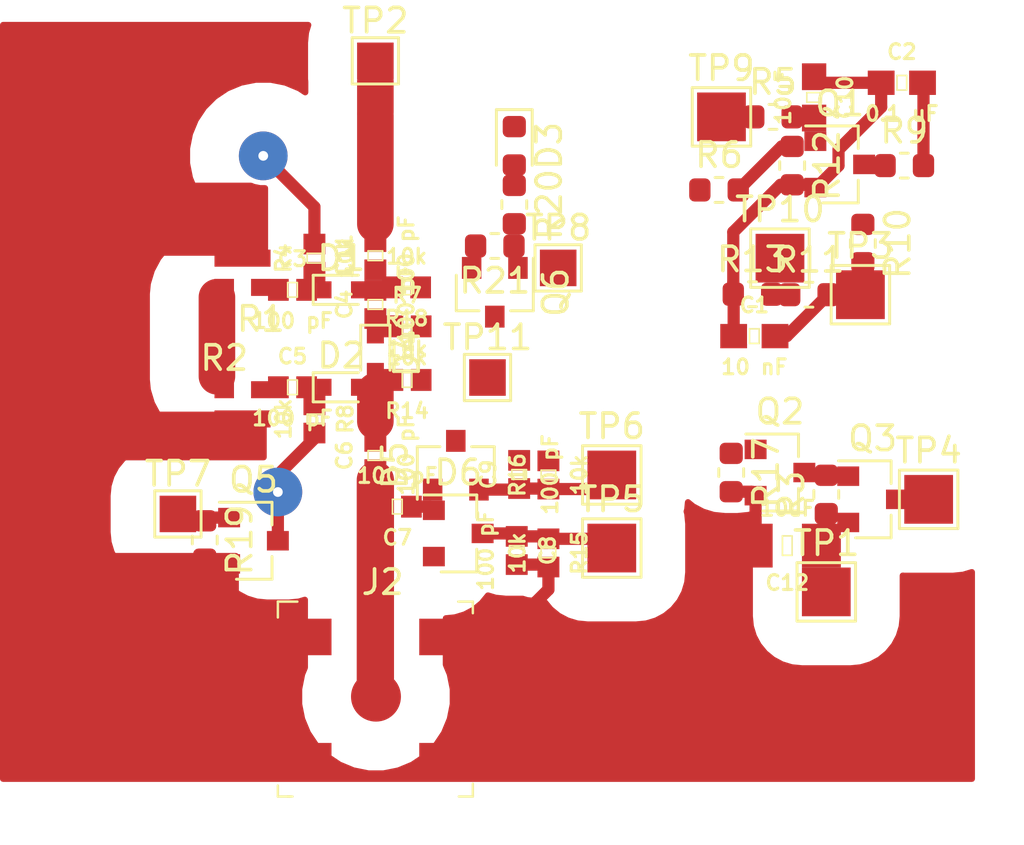
<source format=kicad_pcb>
(kicad_pcb (version 20171130) (host pcbnew 5.1.5+dfsg1-2~bpo9+1)

  (general
    (thickness 1.6)
    (drawings 0)
    (tracks 62)
    (zones 0)
    (modules 56)
    (nets 32)
  )

  (page A4)
  (layers
    (0 F.Cu signal)
    (31 B.Cu signal)
    (32 B.Adhes user)
    (33 F.Adhes user)
    (34 B.Paste user)
    (35 F.Paste user)
    (36 B.SilkS user)
    (37 F.SilkS user)
    (38 B.Mask user)
    (39 F.Mask user)
    (40 Dwgs.User user)
    (41 Cmts.User user)
    (42 Eco1.User user)
    (43 Eco2.User user)
    (44 Edge.Cuts user)
    (45 Margin user)
    (46 B.CrtYd user)
    (47 F.CrtYd user)
    (48 B.Fab user)
    (49 F.Fab user)
  )

  (setup
    (last_trace_width 0.5)
    (trace_clearance 0.2)
    (zone_clearance 0.1)
    (zone_45_only no)
    (trace_min 0.2)
    (via_size 2)
    (via_drill 0.4)
    (via_min_size 0.4)
    (via_min_drill 0.3)
    (uvia_size 0.3)
    (uvia_drill 0.1)
    (uvias_allowed no)
    (uvia_min_size 0.2)
    (uvia_min_drill 0.1)
    (edge_width 0.05)
    (segment_width 0.2)
    (pcb_text_width 0.3)
    (pcb_text_size 1.5 1.5)
    (mod_edge_width 0.12)
    (mod_text_size 1 1)
    (mod_text_width 0.15)
    (pad_size 1.524 1.524)
    (pad_drill 0.762)
    (pad_to_mask_clearance 0.051)
    (solder_mask_min_width 0.25)
    (aux_axis_origin 0 0)
    (visible_elements FFFFFF7F)
    (pcbplotparams
      (layerselection 0x010fc_ffffffff)
      (usegerberextensions false)
      (usegerberattributes false)
      (usegerberadvancedattributes false)
      (creategerberjobfile false)
      (excludeedgelayer true)
      (linewidth 0.010000)
      (plotframeref false)
      (viasonmask false)
      (mode 1)
      (useauxorigin false)
      (hpglpennumber 1)
      (hpglpenspeed 20)
      (hpglpendiameter 15.000000)
      (psnegative false)
      (psa4output false)
      (plotreference true)
      (plotvalue true)
      (plotinvisibletext false)
      (padsonsilk false)
      (subtractmaskfromsilk false)
      (outputformat 1)
      (mirror false)
      (drillshape 1)
      (scaleselection 1)
      (outputdirectory ""))
  )

  (net 0 "")
  (net 1 GND)
  (net 2 "Net-(C6-Pad1)")
  (net 3 "Net-(C7-Pad1)")
  (net 4 "Net-(R1-Pad2)")
  (net 5 VARACTOR_OUT)
  (net 6 +48V)
  (net 7 "Net-(C3-Pad2)")
  (net 8 "Net-(C3-Pad1)")
  (net 9 "Net-(C4-Pad1)")
  (net 10 "Net-(C5-Pad2)")
  (net 11 "Net-(C5-Pad1)")
  (net 12 "Net-(C6-Pad2)")
  (net 13 +5V)
  (net 14 "Net-(D5-Pad3)")
  (net 15 "Net-(D6-Pad2)")
  (net 16 ~VARACTOR_PWM)
  (net 17 "Net-(Q2-Pad3)")
  (net 18 "Net-(Q2-Pad1)")
  (net 19 "Net-(Q3-Pad3)")
  (net 20 ~ATTENUATE)
  (net 21 "Net-(Q5-Pad3)")
  (net 22 "Net-(Q6-Pad3)")
  (net 23 VARACTOR_FEEDBACK)
  (net 24 "Net-(C11-Pad1)")
  (net 25 "Net-(C10-Pad2)")
  (net 26 "Net-(C11-Pad2)")
  (net 27 "Net-(R6-Pad1)")
  (net 28 "Net-(D3-Pad2)")
  (net 29 "Net-(C8-Pad1)")
  (net 30 "Net-(C9-Pad1)")
  (net 31 "Net-(Q5-Pad1)")

  (net_class Default "This is the default net class."
    (clearance 0.2)
    (trace_width 0.5)
    (via_dia 2)
    (via_drill 0.4)
    (uvia_dia 0.3)
    (uvia_drill 0.1)
    (add_net +48V)
    (add_net +5V)
    (add_net GND)
    (add_net "Net-(C10-Pad2)")
    (add_net "Net-(C11-Pad1)")
    (add_net "Net-(C11-Pad2)")
    (add_net "Net-(C3-Pad1)")
    (add_net "Net-(C3-Pad2)")
    (add_net "Net-(C4-Pad1)")
    (add_net "Net-(C5-Pad1)")
    (add_net "Net-(C5-Pad2)")
    (add_net "Net-(C6-Pad1)")
    (add_net "Net-(C6-Pad2)")
    (add_net "Net-(C7-Pad1)")
    (add_net "Net-(C8-Pad1)")
    (add_net "Net-(C9-Pad1)")
    (add_net "Net-(D3-Pad2)")
    (add_net "Net-(D5-Pad3)")
    (add_net "Net-(D6-Pad2)")
    (add_net "Net-(Q2-Pad1)")
    (add_net "Net-(Q2-Pad3)")
    (add_net "Net-(Q3-Pad3)")
    (add_net "Net-(Q5-Pad1)")
    (add_net "Net-(Q5-Pad3)")
    (add_net "Net-(Q6-Pad3)")
    (add_net "Net-(R1-Pad2)")
    (add_net "Net-(R6-Pad1)")
    (add_net VARACTOR_FEEDBACK)
    (add_net VARACTOR_OUT)
    (add_net ~ATTENUATE)
    (add_net ~VARACTOR_PWM)
  )

  (module TestPoint:TestPoint_Pad_1.5x1.5mm (layer F.Cu) (tedit 5A0F774F) (tstamp 5F0448EA)
    (at 126 121)
    (descr "SMD rectangular pad as test Point, square 1.5mm side length")
    (tags "test point SMD pad rectangle square")
    (path /5F3B3B4F)
    (attr virtual)
    (fp_text reference TP11 (at 0 -1.648) (layer F.SilkS)
      (effects (font (size 1 1) (thickness 0.15)))
    )
    (fp_text value Test_Point (at 0 1.75) (layer F.Fab)
      (effects (font (size 1 1) (thickness 0.15)))
    )
    (fp_line (start 1.25 1.25) (end -1.25 1.25) (layer F.CrtYd) (width 0.05))
    (fp_line (start 1.25 1.25) (end 1.25 -1.25) (layer F.CrtYd) (width 0.05))
    (fp_line (start -1.25 -1.25) (end -1.25 1.25) (layer F.CrtYd) (width 0.05))
    (fp_line (start -1.25 -1.25) (end 1.25 -1.25) (layer F.CrtYd) (width 0.05))
    (fp_line (start -0.95 0.95) (end -0.95 -0.95) (layer F.SilkS) (width 0.12))
    (fp_line (start 0.95 0.95) (end -0.95 0.95) (layer F.SilkS) (width 0.12))
    (fp_line (start 0.95 -0.95) (end 0.95 0.95) (layer F.SilkS) (width 0.12))
    (fp_line (start -0.95 -0.95) (end 0.95 -0.95) (layer F.SilkS) (width 0.12))
    (fp_text user %R (at 0 -1.65) (layer F.Fab)
      (effects (font (size 1 1) (thickness 0.15)))
    )
    (pad 1 smd rect (at 0 0) (size 1.5 1.5) (layers F.Cu F.Mask)
      (net 6 +48V))
  )

  (module Capacitors:0402 (layer F.Cu) (tedit 200000) (tstamp 5F03B6FF)
    (at 122.67912 117.3 180)
    (descr "GENERIC 1005 (0402) PACKAGE")
    (tags "GENERIC 1005 (0402) PACKAGE")
    (path /5F29A7D7)
    (attr smd)
    (fp_text reference R18 (at 0 -1.27) (layer F.SilkS)
      (effects (font (size 0.6096 0.6096) (thickness 0.127)))
    )
    (fp_text value 10k (at 0 1.27) (layer F.SilkS)
      (effects (font (size 0.6096 0.6096) (thickness 0.127)))
    )
    (fp_line (start -1.19888 0.6477) (end -1.19888 -0.6477) (layer F.CrtYd) (width 0.0508))
    (fp_line (start 1.19888 0.6477) (end -1.19888 0.6477) (layer F.CrtYd) (width 0.0508))
    (fp_line (start 1.19888 -0.6477) (end 1.19888 0.6477) (layer F.CrtYd) (width 0.0508))
    (fp_line (start -1.19888 -0.6477) (end 1.19888 -0.6477) (layer F.CrtYd) (width 0.0508))
    (fp_line (start 0.26924 0.2286) (end -0.26924 0.2286) (layer Dwgs.User) (width 0.1524))
    (fp_line (start -0.26924 -0.2286) (end 0.26924 -0.2286) (layer Dwgs.User) (width 0.1524))
    (fp_line (start -0.19812 0.29972) (end -0.19812 -0.29972) (layer F.SilkS) (width 0.06604))
    (fp_line (start -0.19812 -0.29972) (end 0.19812 -0.29972) (layer F.SilkS) (width 0.06604))
    (fp_line (start 0.19812 0.29972) (end 0.19812 -0.29972) (layer F.SilkS) (width 0.06604))
    (fp_line (start -0.19812 0.29972) (end 0.19812 0.29972) (layer F.SilkS) (width 0.06604))
    (fp_line (start 0.25654 0.3048) (end 0.25654 -0.3048) (layer Dwgs.User) (width 0.06604))
    (fp_line (start 0.25654 -0.3048) (end 0.5588 -0.3048) (layer Dwgs.User) (width 0.06604))
    (fp_line (start 0.5588 0.3048) (end 0.5588 -0.3048) (layer Dwgs.User) (width 0.06604))
    (fp_line (start 0.25654 0.3048) (end 0.5588 0.3048) (layer Dwgs.User) (width 0.06604))
    (fp_line (start -0.55372 0.3048) (end -0.55372 -0.3048) (layer Dwgs.User) (width 0.06604))
    (fp_line (start -0.55372 -0.3048) (end -0.254 -0.3048) (layer Dwgs.User) (width 0.06604))
    (fp_line (start -0.254 0.3048) (end -0.254 -0.3048) (layer Dwgs.User) (width 0.06604))
    (fp_line (start -0.55372 0.3048) (end -0.254 0.3048) (layer Dwgs.User) (width 0.06604))
    (pad 2 smd rect (at 0.57912 0 180) (size 0.84836 0.89916) (layers F.Cu F.Paste F.Mask)
      (net 24 "Net-(C11-Pad1)") (solder_mask_margin 0.1016))
    (pad 1 smd rect (at -0.57912 0 180) (size 0.84836 0.89916) (layers F.Cu F.Paste F.Mask)
      (net 6 +48V) (solder_mask_margin 0.1016))
  )

  (module Capacitors:0402 (layer F.Cu) (tedit 200000) (tstamp 5F03AA82)
    (at 128.5 125 90)
    (descr "GENERIC 1005 (0402) PACKAGE")
    (tags "GENERIC 1005 (0402) PACKAGE")
    (path /5F0217ED)
    (attr smd)
    (fp_text reference R16 (at 0 -1.27 90) (layer F.SilkS)
      (effects (font (size 0.6096 0.6096) (thickness 0.127)))
    )
    (fp_text value 10k (at 0 1.27 90) (layer F.SilkS)
      (effects (font (size 0.6096 0.6096) (thickness 0.127)))
    )
    (fp_line (start -1.19888 0.6477) (end -1.19888 -0.6477) (layer F.CrtYd) (width 0.0508))
    (fp_line (start 1.19888 0.6477) (end -1.19888 0.6477) (layer F.CrtYd) (width 0.0508))
    (fp_line (start 1.19888 -0.6477) (end 1.19888 0.6477) (layer F.CrtYd) (width 0.0508))
    (fp_line (start -1.19888 -0.6477) (end 1.19888 -0.6477) (layer F.CrtYd) (width 0.0508))
    (fp_line (start 0.26924 0.2286) (end -0.26924 0.2286) (layer Dwgs.User) (width 0.1524))
    (fp_line (start -0.26924 -0.2286) (end 0.26924 -0.2286) (layer Dwgs.User) (width 0.1524))
    (fp_line (start -0.19812 0.29972) (end -0.19812 -0.29972) (layer F.SilkS) (width 0.06604))
    (fp_line (start -0.19812 -0.29972) (end 0.19812 -0.29972) (layer F.SilkS) (width 0.06604))
    (fp_line (start 0.19812 0.29972) (end 0.19812 -0.29972) (layer F.SilkS) (width 0.06604))
    (fp_line (start -0.19812 0.29972) (end 0.19812 0.29972) (layer F.SilkS) (width 0.06604))
    (fp_line (start 0.25654 0.3048) (end 0.25654 -0.3048) (layer Dwgs.User) (width 0.06604))
    (fp_line (start 0.25654 -0.3048) (end 0.5588 -0.3048) (layer Dwgs.User) (width 0.06604))
    (fp_line (start 0.5588 0.3048) (end 0.5588 -0.3048) (layer Dwgs.User) (width 0.06604))
    (fp_line (start 0.25654 0.3048) (end 0.5588 0.3048) (layer Dwgs.User) (width 0.06604))
    (fp_line (start -0.55372 0.3048) (end -0.55372 -0.3048) (layer Dwgs.User) (width 0.06604))
    (fp_line (start -0.55372 -0.3048) (end -0.254 -0.3048) (layer Dwgs.User) (width 0.06604))
    (fp_line (start -0.254 0.3048) (end -0.254 -0.3048) (layer Dwgs.User) (width 0.06604))
    (fp_line (start -0.55372 0.3048) (end -0.254 0.3048) (layer Dwgs.User) (width 0.06604))
    (pad 2 smd rect (at 0.57912 0 90) (size 0.84836 0.89916) (layers F.Cu F.Paste F.Mask)
      (net 1 GND) (solder_mask_margin 0.1016))
    (pad 1 smd rect (at -0.57912 0 90) (size 0.84836 0.89916) (layers F.Cu F.Paste F.Mask)
      (net 30 "Net-(C9-Pad1)") (solder_mask_margin 0.1016))
  )

  (module Capacitors:0402 (layer F.Cu) (tedit 200000) (tstamp 5F03AA6A)
    (at 128.5 128.2 270)
    (descr "GENERIC 1005 (0402) PACKAGE")
    (tags "GENERIC 1005 (0402) PACKAGE")
    (path /5F1EBCC6)
    (attr smd)
    (fp_text reference R15 (at 0 -1.27 90) (layer F.SilkS)
      (effects (font (size 0.6096 0.6096) (thickness 0.127)))
    )
    (fp_text value 10k (at 0 1.27 90) (layer F.SilkS)
      (effects (font (size 0.6096 0.6096) (thickness 0.127)))
    )
    (fp_line (start -1.19888 0.6477) (end -1.19888 -0.6477) (layer F.CrtYd) (width 0.0508))
    (fp_line (start 1.19888 0.6477) (end -1.19888 0.6477) (layer F.CrtYd) (width 0.0508))
    (fp_line (start 1.19888 -0.6477) (end 1.19888 0.6477) (layer F.CrtYd) (width 0.0508))
    (fp_line (start -1.19888 -0.6477) (end 1.19888 -0.6477) (layer F.CrtYd) (width 0.0508))
    (fp_line (start 0.26924 0.2286) (end -0.26924 0.2286) (layer Dwgs.User) (width 0.1524))
    (fp_line (start -0.26924 -0.2286) (end 0.26924 -0.2286) (layer Dwgs.User) (width 0.1524))
    (fp_line (start -0.19812 0.29972) (end -0.19812 -0.29972) (layer F.SilkS) (width 0.06604))
    (fp_line (start -0.19812 -0.29972) (end 0.19812 -0.29972) (layer F.SilkS) (width 0.06604))
    (fp_line (start 0.19812 0.29972) (end 0.19812 -0.29972) (layer F.SilkS) (width 0.06604))
    (fp_line (start -0.19812 0.29972) (end 0.19812 0.29972) (layer F.SilkS) (width 0.06604))
    (fp_line (start 0.25654 0.3048) (end 0.25654 -0.3048) (layer Dwgs.User) (width 0.06604))
    (fp_line (start 0.25654 -0.3048) (end 0.5588 -0.3048) (layer Dwgs.User) (width 0.06604))
    (fp_line (start 0.5588 0.3048) (end 0.5588 -0.3048) (layer Dwgs.User) (width 0.06604))
    (fp_line (start 0.25654 0.3048) (end 0.5588 0.3048) (layer Dwgs.User) (width 0.06604))
    (fp_line (start -0.55372 0.3048) (end -0.55372 -0.3048) (layer Dwgs.User) (width 0.06604))
    (fp_line (start -0.55372 -0.3048) (end -0.254 -0.3048) (layer Dwgs.User) (width 0.06604))
    (fp_line (start -0.254 0.3048) (end -0.254 -0.3048) (layer Dwgs.User) (width 0.06604))
    (fp_line (start -0.55372 0.3048) (end -0.254 0.3048) (layer Dwgs.User) (width 0.06604))
    (pad 2 smd rect (at 0.57912 0 270) (size 0.84836 0.89916) (layers F.Cu F.Paste F.Mask)
      (net 1 GND) (solder_mask_margin 0.1016))
    (pad 1 smd rect (at -0.57912 0 270) (size 0.84836 0.89916) (layers F.Cu F.Paste F.Mask)
      (net 29 "Net-(C8-Pad1)") (solder_mask_margin 0.1016))
  )

  (module Capacitors:0402 (layer F.Cu) (tedit 200000) (tstamp 5F03AA52)
    (at 122.7 121.1 180)
    (descr "GENERIC 1005 (0402) PACKAGE")
    (tags "GENERIC 1005 (0402) PACKAGE")
    (path /5F22CCCB)
    (attr smd)
    (fp_text reference R14 (at 0 -1.27) (layer F.SilkS)
      (effects (font (size 0.6096 0.6096) (thickness 0.127)))
    )
    (fp_text value 10k (at 0 1.27) (layer F.SilkS)
      (effects (font (size 0.6096 0.6096) (thickness 0.127)))
    )
    (fp_line (start -1.19888 0.6477) (end -1.19888 -0.6477) (layer F.CrtYd) (width 0.0508))
    (fp_line (start 1.19888 0.6477) (end -1.19888 0.6477) (layer F.CrtYd) (width 0.0508))
    (fp_line (start 1.19888 -0.6477) (end 1.19888 0.6477) (layer F.CrtYd) (width 0.0508))
    (fp_line (start -1.19888 -0.6477) (end 1.19888 -0.6477) (layer F.CrtYd) (width 0.0508))
    (fp_line (start 0.26924 0.2286) (end -0.26924 0.2286) (layer Dwgs.User) (width 0.1524))
    (fp_line (start -0.26924 -0.2286) (end 0.26924 -0.2286) (layer Dwgs.User) (width 0.1524))
    (fp_line (start -0.19812 0.29972) (end -0.19812 -0.29972) (layer F.SilkS) (width 0.06604))
    (fp_line (start -0.19812 -0.29972) (end 0.19812 -0.29972) (layer F.SilkS) (width 0.06604))
    (fp_line (start 0.19812 0.29972) (end 0.19812 -0.29972) (layer F.SilkS) (width 0.06604))
    (fp_line (start -0.19812 0.29972) (end 0.19812 0.29972) (layer F.SilkS) (width 0.06604))
    (fp_line (start 0.25654 0.3048) (end 0.25654 -0.3048) (layer Dwgs.User) (width 0.06604))
    (fp_line (start 0.25654 -0.3048) (end 0.5588 -0.3048) (layer Dwgs.User) (width 0.06604))
    (fp_line (start 0.5588 0.3048) (end 0.5588 -0.3048) (layer Dwgs.User) (width 0.06604))
    (fp_line (start 0.25654 0.3048) (end 0.5588 0.3048) (layer Dwgs.User) (width 0.06604))
    (fp_line (start -0.55372 0.3048) (end -0.55372 -0.3048) (layer Dwgs.User) (width 0.06604))
    (fp_line (start -0.55372 -0.3048) (end -0.254 -0.3048) (layer Dwgs.User) (width 0.06604))
    (fp_line (start -0.254 0.3048) (end -0.254 -0.3048) (layer Dwgs.User) (width 0.06604))
    (fp_line (start -0.55372 0.3048) (end -0.254 0.3048) (layer Dwgs.User) (width 0.06604))
    (pad 2 smd rect (at 0.57912 0 180) (size 0.84836 0.89916) (layers F.Cu F.Paste F.Mask)
      (net 12 "Net-(C6-Pad2)") (solder_mask_margin 0.1016))
    (pad 1 smd rect (at -0.57912 0 180) (size 0.84836 0.89916) (layers F.Cu F.Paste F.Mask)
      (net 6 +48V) (solder_mask_margin 0.1016))
  )

  (module Capacitors:0402 (layer F.Cu) (tedit 200000) (tstamp 5F03A9E5)
    (at 118.9 122.7 270)
    (descr "GENERIC 1005 (0402) PACKAGE")
    (tags "GENERIC 1005 (0402) PACKAGE")
    (path /5F1F2F1D)
    (attr smd)
    (fp_text reference R8 (at 0 -1.27 90) (layer F.SilkS)
      (effects (font (size 0.6096 0.6096) (thickness 0.127)))
    )
    (fp_text value 10k (at 0 1.27 90) (layer F.SilkS)
      (effects (font (size 0.6096 0.6096) (thickness 0.127)))
    )
    (fp_line (start -1.19888 0.6477) (end -1.19888 -0.6477) (layer F.CrtYd) (width 0.0508))
    (fp_line (start 1.19888 0.6477) (end -1.19888 0.6477) (layer F.CrtYd) (width 0.0508))
    (fp_line (start 1.19888 -0.6477) (end 1.19888 0.6477) (layer F.CrtYd) (width 0.0508))
    (fp_line (start -1.19888 -0.6477) (end 1.19888 -0.6477) (layer F.CrtYd) (width 0.0508))
    (fp_line (start 0.26924 0.2286) (end -0.26924 0.2286) (layer Dwgs.User) (width 0.1524))
    (fp_line (start -0.26924 -0.2286) (end 0.26924 -0.2286) (layer Dwgs.User) (width 0.1524))
    (fp_line (start -0.19812 0.29972) (end -0.19812 -0.29972) (layer F.SilkS) (width 0.06604))
    (fp_line (start -0.19812 -0.29972) (end 0.19812 -0.29972) (layer F.SilkS) (width 0.06604))
    (fp_line (start 0.19812 0.29972) (end 0.19812 -0.29972) (layer F.SilkS) (width 0.06604))
    (fp_line (start -0.19812 0.29972) (end 0.19812 0.29972) (layer F.SilkS) (width 0.06604))
    (fp_line (start 0.25654 0.3048) (end 0.25654 -0.3048) (layer Dwgs.User) (width 0.06604))
    (fp_line (start 0.25654 -0.3048) (end 0.5588 -0.3048) (layer Dwgs.User) (width 0.06604))
    (fp_line (start 0.5588 0.3048) (end 0.5588 -0.3048) (layer Dwgs.User) (width 0.06604))
    (fp_line (start 0.25654 0.3048) (end 0.5588 0.3048) (layer Dwgs.User) (width 0.06604))
    (fp_line (start -0.55372 0.3048) (end -0.55372 -0.3048) (layer Dwgs.User) (width 0.06604))
    (fp_line (start -0.55372 -0.3048) (end -0.254 -0.3048) (layer Dwgs.User) (width 0.06604))
    (fp_line (start -0.254 0.3048) (end -0.254 -0.3048) (layer Dwgs.User) (width 0.06604))
    (fp_line (start -0.55372 0.3048) (end -0.254 0.3048) (layer Dwgs.User) (width 0.06604))
    (pad 2 smd rect (at 0.57912 0 270) (size 0.84836 0.89916) (layers F.Cu F.Paste F.Mask)
      (net 21 "Net-(Q5-Pad3)") (solder_mask_margin 0.1016))
    (pad 1 smd rect (at -0.57912 0 270) (size 0.84836 0.89916) (layers F.Cu F.Paste F.Mask)
      (net 11 "Net-(C5-Pad1)") (solder_mask_margin 0.1016))
  )

  (module Capacitors:0402 (layer F.Cu) (tedit 200000) (tstamp 5F03A9CD)
    (at 122.7 118.9)
    (descr "GENERIC 1005 (0402) PACKAGE")
    (tags "GENERIC 1005 (0402) PACKAGE")
    (path /5F258AED)
    (attr smd)
    (fp_text reference R7 (at 0 -1.27) (layer F.SilkS)
      (effects (font (size 0.6096 0.6096) (thickness 0.127)))
    )
    (fp_text value 10k (at 0 1.27) (layer F.SilkS)
      (effects (font (size 0.6096 0.6096) (thickness 0.127)))
    )
    (fp_line (start -1.19888 0.6477) (end -1.19888 -0.6477) (layer F.CrtYd) (width 0.0508))
    (fp_line (start 1.19888 0.6477) (end -1.19888 0.6477) (layer F.CrtYd) (width 0.0508))
    (fp_line (start 1.19888 -0.6477) (end 1.19888 0.6477) (layer F.CrtYd) (width 0.0508))
    (fp_line (start -1.19888 -0.6477) (end 1.19888 -0.6477) (layer F.CrtYd) (width 0.0508))
    (fp_line (start 0.26924 0.2286) (end -0.26924 0.2286) (layer Dwgs.User) (width 0.1524))
    (fp_line (start -0.26924 -0.2286) (end 0.26924 -0.2286) (layer Dwgs.User) (width 0.1524))
    (fp_line (start -0.19812 0.29972) (end -0.19812 -0.29972) (layer F.SilkS) (width 0.06604))
    (fp_line (start -0.19812 -0.29972) (end 0.19812 -0.29972) (layer F.SilkS) (width 0.06604))
    (fp_line (start 0.19812 0.29972) (end 0.19812 -0.29972) (layer F.SilkS) (width 0.06604))
    (fp_line (start -0.19812 0.29972) (end 0.19812 0.29972) (layer F.SilkS) (width 0.06604))
    (fp_line (start 0.25654 0.3048) (end 0.25654 -0.3048) (layer Dwgs.User) (width 0.06604))
    (fp_line (start 0.25654 -0.3048) (end 0.5588 -0.3048) (layer Dwgs.User) (width 0.06604))
    (fp_line (start 0.5588 0.3048) (end 0.5588 -0.3048) (layer Dwgs.User) (width 0.06604))
    (fp_line (start 0.25654 0.3048) (end 0.5588 0.3048) (layer Dwgs.User) (width 0.06604))
    (fp_line (start -0.55372 0.3048) (end -0.55372 -0.3048) (layer Dwgs.User) (width 0.06604))
    (fp_line (start -0.55372 -0.3048) (end -0.254 -0.3048) (layer Dwgs.User) (width 0.06604))
    (fp_line (start -0.254 0.3048) (end -0.254 -0.3048) (layer Dwgs.User) (width 0.06604))
    (fp_line (start -0.55372 0.3048) (end -0.254 0.3048) (layer Dwgs.User) (width 0.06604))
    (pad 2 smd rect (at 0.57912 0) (size 0.84836 0.89916) (layers F.Cu F.Paste F.Mask)
      (net 22 "Net-(Q6-Pad3)") (solder_mask_margin 0.1016))
    (pad 1 smd rect (at -0.57912 0) (size 0.84836 0.89916) (layers F.Cu F.Paste F.Mask)
      (net 9 "Net-(C4-Pad1)") (solder_mask_margin 0.1016))
  )

  (module Capacitors:0402 (layer F.Cu) (tedit 200000) (tstamp 5F03A993)
    (at 118.9 116.1 90)
    (descr "GENERIC 1005 (0402) PACKAGE")
    (tags "GENERIC 1005 (0402) PACKAGE")
    (path /5F278523)
    (attr smd)
    (fp_text reference R4 (at 0 -1.27 90) (layer F.SilkS)
      (effects (font (size 0.6096 0.6096) (thickness 0.127)))
    )
    (fp_text value 10k (at 0 1.27 90) (layer F.SilkS)
      (effects (font (size 0.6096 0.6096) (thickness 0.127)))
    )
    (fp_line (start -1.19888 0.6477) (end -1.19888 -0.6477) (layer F.CrtYd) (width 0.0508))
    (fp_line (start 1.19888 0.6477) (end -1.19888 0.6477) (layer F.CrtYd) (width 0.0508))
    (fp_line (start 1.19888 -0.6477) (end 1.19888 0.6477) (layer F.CrtYd) (width 0.0508))
    (fp_line (start -1.19888 -0.6477) (end 1.19888 -0.6477) (layer F.CrtYd) (width 0.0508))
    (fp_line (start 0.26924 0.2286) (end -0.26924 0.2286) (layer Dwgs.User) (width 0.1524))
    (fp_line (start -0.26924 -0.2286) (end 0.26924 -0.2286) (layer Dwgs.User) (width 0.1524))
    (fp_line (start -0.19812 0.29972) (end -0.19812 -0.29972) (layer F.SilkS) (width 0.06604))
    (fp_line (start -0.19812 -0.29972) (end 0.19812 -0.29972) (layer F.SilkS) (width 0.06604))
    (fp_line (start 0.19812 0.29972) (end 0.19812 -0.29972) (layer F.SilkS) (width 0.06604))
    (fp_line (start -0.19812 0.29972) (end 0.19812 0.29972) (layer F.SilkS) (width 0.06604))
    (fp_line (start 0.25654 0.3048) (end 0.25654 -0.3048) (layer Dwgs.User) (width 0.06604))
    (fp_line (start 0.25654 -0.3048) (end 0.5588 -0.3048) (layer Dwgs.User) (width 0.06604))
    (fp_line (start 0.5588 0.3048) (end 0.5588 -0.3048) (layer Dwgs.User) (width 0.06604))
    (fp_line (start 0.25654 0.3048) (end 0.5588 0.3048) (layer Dwgs.User) (width 0.06604))
    (fp_line (start -0.55372 0.3048) (end -0.55372 -0.3048) (layer Dwgs.User) (width 0.06604))
    (fp_line (start -0.55372 -0.3048) (end -0.254 -0.3048) (layer Dwgs.User) (width 0.06604))
    (fp_line (start -0.254 0.3048) (end -0.254 -0.3048) (layer Dwgs.User) (width 0.06604))
    (fp_line (start -0.55372 0.3048) (end -0.254 0.3048) (layer Dwgs.User) (width 0.06604))
    (pad 2 smd rect (at 0.57912 0 90) (size 0.84836 0.89916) (layers F.Cu F.Paste F.Mask)
      (net 21 "Net-(Q5-Pad3)") (solder_mask_margin 0.1016))
    (pad 1 smd rect (at -0.57912 0 90) (size 0.84836 0.89916) (layers F.Cu F.Paste F.Mask)
      (net 7 "Net-(C3-Pad2)") (solder_mask_margin 0.1016))
  )

  (module Capacitors:1206 (layer F.Cu) (tedit 200000) (tstamp 5F03D42C)
    (at 138.3 127.9 180)
    (descr "GENERIC 3216 (1206) PACKAGE")
    (tags "GENERIC 3216 (1206) PACKAGE")
    (path /5F2D5553)
    (attr smd)
    (fp_text reference C12 (at 0 -1.524) (layer F.SilkS)
      (effects (font (size 0.6096 0.6096) (thickness 0.127)))
    )
    (fp_text value 10uF (at 0 1.524) (layer F.SilkS)
      (effects (font (size 0.6096 0.6096) (thickness 0.127)))
    )
    (fp_line (start -0.96266 0.78486) (end 0.96266 0.78486) (layer Dwgs.User) (width 0.1016))
    (fp_line (start -0.96266 -0.78486) (end 0.96266 -0.78486) (layer Dwgs.User) (width 0.1016))
    (fp_line (start 2.39776 -1.09982) (end 2.39776 1.09982) (layer F.CrtYd) (width 0.0508))
    (fp_line (start -2.39776 1.09982) (end -2.39776 -1.09982) (layer F.CrtYd) (width 0.0508))
    (fp_line (start 2.39776 1.09982) (end -2.39776 1.09982) (layer F.CrtYd) (width 0.0508))
    (fp_line (start -2.39776 -1.09982) (end 2.39776 -1.09982) (layer F.CrtYd) (width 0.0508))
    (fp_line (start -0.19812 0.39878) (end -0.19812 -0.39878) (layer F.SilkS) (width 0.06604))
    (fp_line (start -0.19812 -0.39878) (end 0.19812 -0.39878) (layer F.SilkS) (width 0.06604))
    (fp_line (start 0.19812 0.39878) (end 0.19812 -0.39878) (layer F.SilkS) (width 0.06604))
    (fp_line (start -0.19812 0.39878) (end 0.19812 0.39878) (layer F.SilkS) (width 0.06604))
    (fp_line (start 0.94996 0.84836) (end 0.94996 -0.8509) (layer Dwgs.User) (width 0.06604))
    (fp_line (start 0.94996 -0.8509) (end 1.7018 -0.8509) (layer Dwgs.User) (width 0.06604))
    (fp_line (start 1.7018 0.84836) (end 1.7018 -0.8509) (layer Dwgs.User) (width 0.06604))
    (fp_line (start 0.94996 0.84836) (end 1.7018 0.84836) (layer Dwgs.User) (width 0.06604))
    (fp_line (start -1.7018 0.8509) (end -1.7018 -0.84836) (layer Dwgs.User) (width 0.06604))
    (fp_line (start -1.7018 -0.84836) (end -0.94996 -0.84836) (layer Dwgs.User) (width 0.06604))
    (fp_line (start -0.94996 0.8509) (end -0.94996 -0.84836) (layer Dwgs.User) (width 0.06604))
    (fp_line (start -1.7018 0.8509) (end -0.94996 0.8509) (layer Dwgs.User) (width 0.06604))
    (pad 2 smd rect (at 1.39954 0 180) (size 1.59766 1.79832) (layers F.Cu F.Paste F.Mask)
      (net 1 GND) (solder_mask_margin 0.1016))
    (pad 1 smd rect (at -1.39954 0 180) (size 1.59766 1.79832) (layers F.Cu F.Paste F.Mask)
      (net 13 +5V) (solder_mask_margin 0.1016))
  )

  (module Capacitors:0402 (layer F.Cu) (tedit 200000) (tstamp 5F03B380)
    (at 121.4 116 90)
    (descr "GENERIC 1005 (0402) PACKAGE")
    (tags "GENERIC 1005 (0402) PACKAGE")
    (path /5F2961FE)
    (attr smd)
    (fp_text reference C11 (at 0 -1.27 90) (layer F.SilkS)
      (effects (font (size 0.6096 0.6096) (thickness 0.127)))
    )
    (fp_text value "100 pF" (at 0 1.27 90) (layer F.SilkS)
      (effects (font (size 0.6096 0.6096) (thickness 0.127)))
    )
    (fp_line (start -1.19888 0.6477) (end -1.19888 -0.6477) (layer F.CrtYd) (width 0.0508))
    (fp_line (start 1.19888 0.6477) (end -1.19888 0.6477) (layer F.CrtYd) (width 0.0508))
    (fp_line (start 1.19888 -0.6477) (end 1.19888 0.6477) (layer F.CrtYd) (width 0.0508))
    (fp_line (start -1.19888 -0.6477) (end 1.19888 -0.6477) (layer F.CrtYd) (width 0.0508))
    (fp_line (start 0.26924 0.2286) (end -0.26924 0.2286) (layer Dwgs.User) (width 0.1524))
    (fp_line (start -0.26924 -0.2286) (end 0.26924 -0.2286) (layer Dwgs.User) (width 0.1524))
    (fp_line (start -0.19812 0.29972) (end -0.19812 -0.29972) (layer F.SilkS) (width 0.06604))
    (fp_line (start -0.19812 -0.29972) (end 0.19812 -0.29972) (layer F.SilkS) (width 0.06604))
    (fp_line (start 0.19812 0.29972) (end 0.19812 -0.29972) (layer F.SilkS) (width 0.06604))
    (fp_line (start -0.19812 0.29972) (end 0.19812 0.29972) (layer F.SilkS) (width 0.06604))
    (fp_line (start 0.25654 0.3048) (end 0.25654 -0.3048) (layer Dwgs.User) (width 0.06604))
    (fp_line (start 0.25654 -0.3048) (end 0.5588 -0.3048) (layer Dwgs.User) (width 0.06604))
    (fp_line (start 0.5588 0.3048) (end 0.5588 -0.3048) (layer Dwgs.User) (width 0.06604))
    (fp_line (start 0.25654 0.3048) (end 0.5588 0.3048) (layer Dwgs.User) (width 0.06604))
    (fp_line (start -0.55372 0.3048) (end -0.55372 -0.3048) (layer Dwgs.User) (width 0.06604))
    (fp_line (start -0.55372 -0.3048) (end -0.254 -0.3048) (layer Dwgs.User) (width 0.06604))
    (fp_line (start -0.254 0.3048) (end -0.254 -0.3048) (layer Dwgs.User) (width 0.06604))
    (fp_line (start -0.55372 0.3048) (end -0.254 0.3048) (layer Dwgs.User) (width 0.06604))
    (pad 2 smd rect (at 0.57912 0 90) (size 0.84836 0.89916) (layers F.Cu F.Paste F.Mask)
      (net 26 "Net-(C11-Pad2)") (solder_mask_margin 0.1016))
    (pad 1 smd rect (at -0.57912 0 90) (size 0.84836 0.89916) (layers F.Cu F.Paste F.Mask)
      (net 24 "Net-(C11-Pad1)") (solder_mask_margin 0.1016))
  )

  (module Capacitors:0603 (layer F.Cu) (tedit 596180EF) (tstamp 5F03B368)
    (at 139.4 109.5 270)
    (descr "GENERIC 1608 (0603) PACKAGE")
    (tags "GENERIC 1608 (0603) PACKAGE")
    (path /5F289635)
    (attr smd)
    (fp_text reference C10 (at 0 -1.27 90) (layer F.SilkS)
      (effects (font (size 0.6096 0.6096) (thickness 0.127)))
    )
    (fp_text value 10uF (at 0 1.27 90) (layer F.SilkS)
      (effects (font (size 0.6096 0.6096) (thickness 0.127)))
    )
    (fp_line (start -0.3556 0.41656) (end 0.3556 0.41656) (layer Dwgs.User) (width 0.1016))
    (fp_line (start -0.3556 -0.4318) (end 0.3556 -0.4318) (layer Dwgs.User) (width 0.1016))
    (fp_line (start -1.59766 0.6985) (end -1.59766 -0.6985) (layer F.CrtYd) (width 0.0508))
    (fp_line (start 1.59766 0.6985) (end -1.59766 0.6985) (layer F.CrtYd) (width 0.0508))
    (fp_line (start 1.59766 -0.6985) (end 1.59766 0.6985) (layer F.CrtYd) (width 0.0508))
    (fp_line (start -1.59766 -0.6985) (end 1.59766 -0.6985) (layer F.CrtYd) (width 0.0508))
    (fp_line (start -0.19812 0.29972) (end -0.19812 -0.29972) (layer F.SilkS) (width 0.06604))
    (fp_line (start -0.19812 -0.29972) (end 0.19812 -0.29972) (layer F.SilkS) (width 0.06604))
    (fp_line (start 0.19812 0.29972) (end 0.19812 -0.29972) (layer F.SilkS) (width 0.06604))
    (fp_line (start -0.19812 0.29972) (end 0.19812 0.29972) (layer F.SilkS) (width 0.06604))
    (fp_line (start 0.3302 0.4699) (end 0.3302 -0.48006) (layer Dwgs.User) (width 0.06604))
    (fp_line (start 0.3302 -0.48006) (end 0.82804 -0.48006) (layer Dwgs.User) (width 0.06604))
    (fp_line (start 0.82804 0.4699) (end 0.82804 -0.48006) (layer Dwgs.User) (width 0.06604))
    (fp_line (start 0.3302 0.4699) (end 0.82804 0.4699) (layer Dwgs.User) (width 0.06604))
    (fp_line (start -0.8382 0.4699) (end -0.8382 -0.48006) (layer Dwgs.User) (width 0.06604))
    (fp_line (start -0.8382 -0.48006) (end -0.33782 -0.48006) (layer Dwgs.User) (width 0.06604))
    (fp_line (start -0.33782 0.4699) (end -0.33782 -0.48006) (layer Dwgs.User) (width 0.06604))
    (fp_line (start -0.8382 0.4699) (end -0.33782 0.4699) (layer Dwgs.User) (width 0.06604))
    (pad 2 smd rect (at 0.84836 0 270) (size 1.09982 0.99822) (layers F.Cu F.Paste F.Mask)
      (net 25 "Net-(C10-Pad2)") (solder_mask_margin 0.1016))
    (pad 1 smd rect (at -0.84836 0 270) (size 1.09982 0.99822) (layers F.Cu F.Paste F.Mask)
      (net 1 GND) (solder_mask_margin 0.1016))
  )

  (module Capacitors:0402 (layer F.Cu) (tedit 200000) (tstamp 5F03A824)
    (at 127.3 124.97912 90)
    (descr "GENERIC 1005 (0402) PACKAGE")
    (tags "GENERIC 1005 (0402) PACKAGE")
    (path /5F01536C)
    (attr smd)
    (fp_text reference C9 (at 0 -1.27 90) (layer F.SilkS)
      (effects (font (size 0.6096 0.6096) (thickness 0.127)))
    )
    (fp_text value "100 pF" (at 0 1.27 90) (layer F.SilkS)
      (effects (font (size 0.6096 0.6096) (thickness 0.127)))
    )
    (fp_line (start -1.19888 0.6477) (end -1.19888 -0.6477) (layer F.CrtYd) (width 0.0508))
    (fp_line (start 1.19888 0.6477) (end -1.19888 0.6477) (layer F.CrtYd) (width 0.0508))
    (fp_line (start 1.19888 -0.6477) (end 1.19888 0.6477) (layer F.CrtYd) (width 0.0508))
    (fp_line (start -1.19888 -0.6477) (end 1.19888 -0.6477) (layer F.CrtYd) (width 0.0508))
    (fp_line (start 0.26924 0.2286) (end -0.26924 0.2286) (layer Dwgs.User) (width 0.1524))
    (fp_line (start -0.26924 -0.2286) (end 0.26924 -0.2286) (layer Dwgs.User) (width 0.1524))
    (fp_line (start -0.19812 0.29972) (end -0.19812 -0.29972) (layer F.SilkS) (width 0.06604))
    (fp_line (start -0.19812 -0.29972) (end 0.19812 -0.29972) (layer F.SilkS) (width 0.06604))
    (fp_line (start 0.19812 0.29972) (end 0.19812 -0.29972) (layer F.SilkS) (width 0.06604))
    (fp_line (start -0.19812 0.29972) (end 0.19812 0.29972) (layer F.SilkS) (width 0.06604))
    (fp_line (start 0.25654 0.3048) (end 0.25654 -0.3048) (layer Dwgs.User) (width 0.06604))
    (fp_line (start 0.25654 -0.3048) (end 0.5588 -0.3048) (layer Dwgs.User) (width 0.06604))
    (fp_line (start 0.5588 0.3048) (end 0.5588 -0.3048) (layer Dwgs.User) (width 0.06604))
    (fp_line (start 0.25654 0.3048) (end 0.5588 0.3048) (layer Dwgs.User) (width 0.06604))
    (fp_line (start -0.55372 0.3048) (end -0.55372 -0.3048) (layer Dwgs.User) (width 0.06604))
    (fp_line (start -0.55372 -0.3048) (end -0.254 -0.3048) (layer Dwgs.User) (width 0.06604))
    (fp_line (start -0.254 0.3048) (end -0.254 -0.3048) (layer Dwgs.User) (width 0.06604))
    (fp_line (start -0.55372 0.3048) (end -0.254 0.3048) (layer Dwgs.User) (width 0.06604))
    (pad 2 smd rect (at 0.57912 0 90) (size 0.84836 0.89916) (layers F.Cu F.Paste F.Mask)
      (net 1 GND) (solder_mask_margin 0.1016))
    (pad 1 smd rect (at -0.57912 0 90) (size 0.84836 0.89916) (layers F.Cu F.Paste F.Mask)
      (net 30 "Net-(C9-Pad1)") (solder_mask_margin 0.1016))
  )

  (module Capacitors:0402 (layer F.Cu) (tedit 200000) (tstamp 5F03A80C)
    (at 127.2 128.1 270)
    (descr "GENERIC 1005 (0402) PACKAGE")
    (tags "GENERIC 1005 (0402) PACKAGE")
    (path /5F1EBCB9)
    (attr smd)
    (fp_text reference C8 (at 0 -1.27 90) (layer F.SilkS)
      (effects (font (size 0.6096 0.6096) (thickness 0.127)))
    )
    (fp_text value "100 pF" (at 0 1.27 90) (layer F.SilkS)
      (effects (font (size 0.6096 0.6096) (thickness 0.127)))
    )
    (fp_line (start -1.19888 0.6477) (end -1.19888 -0.6477) (layer F.CrtYd) (width 0.0508))
    (fp_line (start 1.19888 0.6477) (end -1.19888 0.6477) (layer F.CrtYd) (width 0.0508))
    (fp_line (start 1.19888 -0.6477) (end 1.19888 0.6477) (layer F.CrtYd) (width 0.0508))
    (fp_line (start -1.19888 -0.6477) (end 1.19888 -0.6477) (layer F.CrtYd) (width 0.0508))
    (fp_line (start 0.26924 0.2286) (end -0.26924 0.2286) (layer Dwgs.User) (width 0.1524))
    (fp_line (start -0.26924 -0.2286) (end 0.26924 -0.2286) (layer Dwgs.User) (width 0.1524))
    (fp_line (start -0.19812 0.29972) (end -0.19812 -0.29972) (layer F.SilkS) (width 0.06604))
    (fp_line (start -0.19812 -0.29972) (end 0.19812 -0.29972) (layer F.SilkS) (width 0.06604))
    (fp_line (start 0.19812 0.29972) (end 0.19812 -0.29972) (layer F.SilkS) (width 0.06604))
    (fp_line (start -0.19812 0.29972) (end 0.19812 0.29972) (layer F.SilkS) (width 0.06604))
    (fp_line (start 0.25654 0.3048) (end 0.25654 -0.3048) (layer Dwgs.User) (width 0.06604))
    (fp_line (start 0.25654 -0.3048) (end 0.5588 -0.3048) (layer Dwgs.User) (width 0.06604))
    (fp_line (start 0.5588 0.3048) (end 0.5588 -0.3048) (layer Dwgs.User) (width 0.06604))
    (fp_line (start 0.25654 0.3048) (end 0.5588 0.3048) (layer Dwgs.User) (width 0.06604))
    (fp_line (start -0.55372 0.3048) (end -0.55372 -0.3048) (layer Dwgs.User) (width 0.06604))
    (fp_line (start -0.55372 -0.3048) (end -0.254 -0.3048) (layer Dwgs.User) (width 0.06604))
    (fp_line (start -0.254 0.3048) (end -0.254 -0.3048) (layer Dwgs.User) (width 0.06604))
    (fp_line (start -0.55372 0.3048) (end -0.254 0.3048) (layer Dwgs.User) (width 0.06604))
    (pad 2 smd rect (at 0.57912 0 270) (size 0.84836 0.89916) (layers F.Cu F.Paste F.Mask)
      (net 1 GND) (solder_mask_margin 0.1016))
    (pad 1 smd rect (at -0.57912 0 270) (size 0.84836 0.89916) (layers F.Cu F.Paste F.Mask)
      (net 29 "Net-(C8-Pad1)") (solder_mask_margin 0.1016))
  )

  (module Capacitors:0402 (layer F.Cu) (tedit 200000) (tstamp 5F03A7F4)
    (at 122.3 126.3 180)
    (descr "GENERIC 1005 (0402) PACKAGE")
    (tags "GENERIC 1005 (0402) PACKAGE")
    (path /5F1E264D)
    (attr smd)
    (fp_text reference C7 (at 0 -1.27) (layer F.SilkS)
      (effects (font (size 0.6096 0.6096) (thickness 0.127)))
    )
    (fp_text value "100 pF" (at 0 1.27) (layer F.SilkS)
      (effects (font (size 0.6096 0.6096) (thickness 0.127)))
    )
    (fp_line (start -1.19888 0.6477) (end -1.19888 -0.6477) (layer F.CrtYd) (width 0.0508))
    (fp_line (start 1.19888 0.6477) (end -1.19888 0.6477) (layer F.CrtYd) (width 0.0508))
    (fp_line (start 1.19888 -0.6477) (end 1.19888 0.6477) (layer F.CrtYd) (width 0.0508))
    (fp_line (start -1.19888 -0.6477) (end 1.19888 -0.6477) (layer F.CrtYd) (width 0.0508))
    (fp_line (start 0.26924 0.2286) (end -0.26924 0.2286) (layer Dwgs.User) (width 0.1524))
    (fp_line (start -0.26924 -0.2286) (end 0.26924 -0.2286) (layer Dwgs.User) (width 0.1524))
    (fp_line (start -0.19812 0.29972) (end -0.19812 -0.29972) (layer F.SilkS) (width 0.06604))
    (fp_line (start -0.19812 -0.29972) (end 0.19812 -0.29972) (layer F.SilkS) (width 0.06604))
    (fp_line (start 0.19812 0.29972) (end 0.19812 -0.29972) (layer F.SilkS) (width 0.06604))
    (fp_line (start -0.19812 0.29972) (end 0.19812 0.29972) (layer F.SilkS) (width 0.06604))
    (fp_line (start 0.25654 0.3048) (end 0.25654 -0.3048) (layer Dwgs.User) (width 0.06604))
    (fp_line (start 0.25654 -0.3048) (end 0.5588 -0.3048) (layer Dwgs.User) (width 0.06604))
    (fp_line (start 0.5588 0.3048) (end 0.5588 -0.3048) (layer Dwgs.User) (width 0.06604))
    (fp_line (start 0.25654 0.3048) (end 0.5588 0.3048) (layer Dwgs.User) (width 0.06604))
    (fp_line (start -0.55372 0.3048) (end -0.55372 -0.3048) (layer Dwgs.User) (width 0.06604))
    (fp_line (start -0.55372 -0.3048) (end -0.254 -0.3048) (layer Dwgs.User) (width 0.06604))
    (fp_line (start -0.254 0.3048) (end -0.254 -0.3048) (layer Dwgs.User) (width 0.06604))
    (fp_line (start -0.55372 0.3048) (end -0.254 0.3048) (layer Dwgs.User) (width 0.06604))
    (pad 2 smd rect (at 0.57912 0 180) (size 0.84836 0.89916) (layers F.Cu F.Paste F.Mask)
      (net 2 "Net-(C6-Pad1)") (solder_mask_margin 0.1016))
    (pad 1 smd rect (at -0.57912 0 180) (size 0.84836 0.89916) (layers F.Cu F.Paste F.Mask)
      (net 3 "Net-(C7-Pad1)") (solder_mask_margin 0.1016))
  )

  (module Capacitors:0402 (layer F.Cu) (tedit 200000) (tstamp 5F03A7DC)
    (at 121.4 124.2 90)
    (descr "GENERIC 1005 (0402) PACKAGE")
    (tags "GENERIC 1005 (0402) PACKAGE")
    (path /5F22BCEA)
    (attr smd)
    (fp_text reference C6 (at 0 -1.27 90) (layer F.SilkS)
      (effects (font (size 0.6096 0.6096) (thickness 0.127)))
    )
    (fp_text value "100 pF" (at 0 1.27 90) (layer F.SilkS)
      (effects (font (size 0.6096 0.6096) (thickness 0.127)))
    )
    (fp_line (start -1.19888 0.6477) (end -1.19888 -0.6477) (layer F.CrtYd) (width 0.0508))
    (fp_line (start 1.19888 0.6477) (end -1.19888 0.6477) (layer F.CrtYd) (width 0.0508))
    (fp_line (start 1.19888 -0.6477) (end 1.19888 0.6477) (layer F.CrtYd) (width 0.0508))
    (fp_line (start -1.19888 -0.6477) (end 1.19888 -0.6477) (layer F.CrtYd) (width 0.0508))
    (fp_line (start 0.26924 0.2286) (end -0.26924 0.2286) (layer Dwgs.User) (width 0.1524))
    (fp_line (start -0.26924 -0.2286) (end 0.26924 -0.2286) (layer Dwgs.User) (width 0.1524))
    (fp_line (start -0.19812 0.29972) (end -0.19812 -0.29972) (layer F.SilkS) (width 0.06604))
    (fp_line (start -0.19812 -0.29972) (end 0.19812 -0.29972) (layer F.SilkS) (width 0.06604))
    (fp_line (start 0.19812 0.29972) (end 0.19812 -0.29972) (layer F.SilkS) (width 0.06604))
    (fp_line (start -0.19812 0.29972) (end 0.19812 0.29972) (layer F.SilkS) (width 0.06604))
    (fp_line (start 0.25654 0.3048) (end 0.25654 -0.3048) (layer Dwgs.User) (width 0.06604))
    (fp_line (start 0.25654 -0.3048) (end 0.5588 -0.3048) (layer Dwgs.User) (width 0.06604))
    (fp_line (start 0.5588 0.3048) (end 0.5588 -0.3048) (layer Dwgs.User) (width 0.06604))
    (fp_line (start 0.25654 0.3048) (end 0.5588 0.3048) (layer Dwgs.User) (width 0.06604))
    (fp_line (start -0.55372 0.3048) (end -0.55372 -0.3048) (layer Dwgs.User) (width 0.06604))
    (fp_line (start -0.55372 -0.3048) (end -0.254 -0.3048) (layer Dwgs.User) (width 0.06604))
    (fp_line (start -0.254 0.3048) (end -0.254 -0.3048) (layer Dwgs.User) (width 0.06604))
    (fp_line (start -0.55372 0.3048) (end -0.254 0.3048) (layer Dwgs.User) (width 0.06604))
    (pad 2 smd rect (at 0.57912 0 90) (size 0.84836 0.89916) (layers F.Cu F.Paste F.Mask)
      (net 12 "Net-(C6-Pad2)") (solder_mask_margin 0.1016))
    (pad 1 smd rect (at -0.57912 0 90) (size 0.84836 0.89916) (layers F.Cu F.Paste F.Mask)
      (net 2 "Net-(C6-Pad1)") (solder_mask_margin 0.1016))
  )

  (module Capacitors:0402 (layer F.Cu) (tedit 200000) (tstamp 5F03A7C4)
    (at 118 121.4)
    (descr "GENERIC 1005 (0402) PACKAGE")
    (tags "GENERIC 1005 (0402) PACKAGE")
    (path /5F22281B)
    (attr smd)
    (fp_text reference C5 (at 0 -1.27) (layer F.SilkS)
      (effects (font (size 0.6096 0.6096) (thickness 0.127)))
    )
    (fp_text value "100 pF" (at 0 1.27) (layer F.SilkS)
      (effects (font (size 0.6096 0.6096) (thickness 0.127)))
    )
    (fp_line (start -1.19888 0.6477) (end -1.19888 -0.6477) (layer F.CrtYd) (width 0.0508))
    (fp_line (start 1.19888 0.6477) (end -1.19888 0.6477) (layer F.CrtYd) (width 0.0508))
    (fp_line (start 1.19888 -0.6477) (end 1.19888 0.6477) (layer F.CrtYd) (width 0.0508))
    (fp_line (start -1.19888 -0.6477) (end 1.19888 -0.6477) (layer F.CrtYd) (width 0.0508))
    (fp_line (start 0.26924 0.2286) (end -0.26924 0.2286) (layer Dwgs.User) (width 0.1524))
    (fp_line (start -0.26924 -0.2286) (end 0.26924 -0.2286) (layer Dwgs.User) (width 0.1524))
    (fp_line (start -0.19812 0.29972) (end -0.19812 -0.29972) (layer F.SilkS) (width 0.06604))
    (fp_line (start -0.19812 -0.29972) (end 0.19812 -0.29972) (layer F.SilkS) (width 0.06604))
    (fp_line (start 0.19812 0.29972) (end 0.19812 -0.29972) (layer F.SilkS) (width 0.06604))
    (fp_line (start -0.19812 0.29972) (end 0.19812 0.29972) (layer F.SilkS) (width 0.06604))
    (fp_line (start 0.25654 0.3048) (end 0.25654 -0.3048) (layer Dwgs.User) (width 0.06604))
    (fp_line (start 0.25654 -0.3048) (end 0.5588 -0.3048) (layer Dwgs.User) (width 0.06604))
    (fp_line (start 0.5588 0.3048) (end 0.5588 -0.3048) (layer Dwgs.User) (width 0.06604))
    (fp_line (start 0.25654 0.3048) (end 0.5588 0.3048) (layer Dwgs.User) (width 0.06604))
    (fp_line (start -0.55372 0.3048) (end -0.55372 -0.3048) (layer Dwgs.User) (width 0.06604))
    (fp_line (start -0.55372 -0.3048) (end -0.254 -0.3048) (layer Dwgs.User) (width 0.06604))
    (fp_line (start -0.254 0.3048) (end -0.254 -0.3048) (layer Dwgs.User) (width 0.06604))
    (fp_line (start -0.55372 0.3048) (end -0.254 0.3048) (layer Dwgs.User) (width 0.06604))
    (pad 2 smd rect (at 0.57912 0) (size 0.84836 0.89916) (layers F.Cu F.Paste F.Mask)
      (net 10 "Net-(C5-Pad2)") (solder_mask_margin 0.1016))
    (pad 1 smd rect (at -0.57912 0) (size 0.84836 0.89916) (layers F.Cu F.Paste F.Mask)
      (net 11 "Net-(C5-Pad1)") (solder_mask_margin 0.1016))
  )

  (module Capacitors:0402 (layer F.Cu) (tedit 200000) (tstamp 5F03A7AC)
    (at 121.4 118 90)
    (descr "GENERIC 1005 (0402) PACKAGE")
    (tags "GENERIC 1005 (0402) PACKAGE")
    (path /5F2321F4)
    (attr smd)
    (fp_text reference C4 (at 0 -1.27 90) (layer F.SilkS)
      (effects (font (size 0.6096 0.6096) (thickness 0.127)))
    )
    (fp_text value "100 pF" (at 0 1.27 90) (layer F.SilkS)
      (effects (font (size 0.6096 0.6096) (thickness 0.127)))
    )
    (fp_line (start -1.19888 0.6477) (end -1.19888 -0.6477) (layer F.CrtYd) (width 0.0508))
    (fp_line (start 1.19888 0.6477) (end -1.19888 0.6477) (layer F.CrtYd) (width 0.0508))
    (fp_line (start 1.19888 -0.6477) (end 1.19888 0.6477) (layer F.CrtYd) (width 0.0508))
    (fp_line (start -1.19888 -0.6477) (end 1.19888 -0.6477) (layer F.CrtYd) (width 0.0508))
    (fp_line (start 0.26924 0.2286) (end -0.26924 0.2286) (layer Dwgs.User) (width 0.1524))
    (fp_line (start -0.26924 -0.2286) (end 0.26924 -0.2286) (layer Dwgs.User) (width 0.1524))
    (fp_line (start -0.19812 0.29972) (end -0.19812 -0.29972) (layer F.SilkS) (width 0.06604))
    (fp_line (start -0.19812 -0.29972) (end 0.19812 -0.29972) (layer F.SilkS) (width 0.06604))
    (fp_line (start 0.19812 0.29972) (end 0.19812 -0.29972) (layer F.SilkS) (width 0.06604))
    (fp_line (start -0.19812 0.29972) (end 0.19812 0.29972) (layer F.SilkS) (width 0.06604))
    (fp_line (start 0.25654 0.3048) (end 0.25654 -0.3048) (layer Dwgs.User) (width 0.06604))
    (fp_line (start 0.25654 -0.3048) (end 0.5588 -0.3048) (layer Dwgs.User) (width 0.06604))
    (fp_line (start 0.5588 0.3048) (end 0.5588 -0.3048) (layer Dwgs.User) (width 0.06604))
    (fp_line (start 0.25654 0.3048) (end 0.5588 0.3048) (layer Dwgs.User) (width 0.06604))
    (fp_line (start -0.55372 0.3048) (end -0.55372 -0.3048) (layer Dwgs.User) (width 0.06604))
    (fp_line (start -0.55372 -0.3048) (end -0.254 -0.3048) (layer Dwgs.User) (width 0.06604))
    (fp_line (start -0.254 0.3048) (end -0.254 -0.3048) (layer Dwgs.User) (width 0.06604))
    (fp_line (start -0.55372 0.3048) (end -0.254 0.3048) (layer Dwgs.User) (width 0.06604))
    (pad 2 smd rect (at 0.57912 0 90) (size 0.84836 0.89916) (layers F.Cu F.Paste F.Mask)
      (net 24 "Net-(C11-Pad1)") (solder_mask_margin 0.1016))
    (pad 1 smd rect (at -0.57912 0 90) (size 0.84836 0.89916) (layers F.Cu F.Paste F.Mask)
      (net 9 "Net-(C4-Pad1)") (solder_mask_margin 0.1016))
  )

  (module Capacitors:0402 (layer F.Cu) (tedit 200000) (tstamp 5F03A794)
    (at 118 117.4)
    (descr "GENERIC 1005 (0402) PACKAGE")
    (tags "GENERIC 1005 (0402) PACKAGE")
    (path /5F275886)
    (attr smd)
    (fp_text reference C3 (at 0 -1.27) (layer F.SilkS)
      (effects (font (size 0.6096 0.6096) (thickness 0.127)))
    )
    (fp_text value "100 pF" (at 0 1.27) (layer F.SilkS)
      (effects (font (size 0.6096 0.6096) (thickness 0.127)))
    )
    (fp_line (start -1.19888 0.6477) (end -1.19888 -0.6477) (layer F.CrtYd) (width 0.0508))
    (fp_line (start 1.19888 0.6477) (end -1.19888 0.6477) (layer F.CrtYd) (width 0.0508))
    (fp_line (start 1.19888 -0.6477) (end 1.19888 0.6477) (layer F.CrtYd) (width 0.0508))
    (fp_line (start -1.19888 -0.6477) (end 1.19888 -0.6477) (layer F.CrtYd) (width 0.0508))
    (fp_line (start 0.26924 0.2286) (end -0.26924 0.2286) (layer Dwgs.User) (width 0.1524))
    (fp_line (start -0.26924 -0.2286) (end 0.26924 -0.2286) (layer Dwgs.User) (width 0.1524))
    (fp_line (start -0.19812 0.29972) (end -0.19812 -0.29972) (layer F.SilkS) (width 0.06604))
    (fp_line (start -0.19812 -0.29972) (end 0.19812 -0.29972) (layer F.SilkS) (width 0.06604))
    (fp_line (start 0.19812 0.29972) (end 0.19812 -0.29972) (layer F.SilkS) (width 0.06604))
    (fp_line (start -0.19812 0.29972) (end 0.19812 0.29972) (layer F.SilkS) (width 0.06604))
    (fp_line (start 0.25654 0.3048) (end 0.25654 -0.3048) (layer Dwgs.User) (width 0.06604))
    (fp_line (start 0.25654 -0.3048) (end 0.5588 -0.3048) (layer Dwgs.User) (width 0.06604))
    (fp_line (start 0.5588 0.3048) (end 0.5588 -0.3048) (layer Dwgs.User) (width 0.06604))
    (fp_line (start 0.25654 0.3048) (end 0.5588 0.3048) (layer Dwgs.User) (width 0.06604))
    (fp_line (start -0.55372 0.3048) (end -0.55372 -0.3048) (layer Dwgs.User) (width 0.06604))
    (fp_line (start -0.55372 -0.3048) (end -0.254 -0.3048) (layer Dwgs.User) (width 0.06604))
    (fp_line (start -0.254 0.3048) (end -0.254 -0.3048) (layer Dwgs.User) (width 0.06604))
    (fp_line (start -0.55372 0.3048) (end -0.254 0.3048) (layer Dwgs.User) (width 0.06604))
    (pad 2 smd rect (at 0.57912 0) (size 0.84836 0.89916) (layers F.Cu F.Paste F.Mask)
      (net 7 "Net-(C3-Pad2)") (solder_mask_margin 0.1016))
    (pad 1 smd rect (at -0.57912 0) (size 0.84836 0.89916) (layers F.Cu F.Paste F.Mask)
      (net 8 "Net-(C3-Pad1)") (solder_mask_margin 0.1016))
  )

  (module Capacitors:0603 (layer F.Cu) (tedit 596180EF) (tstamp 5F03A77C)
    (at 143 108.9)
    (descr "GENERIC 1608 (0603) PACKAGE")
    (tags "GENERIC 1608 (0603) PACKAGE")
    (path /5EEF63C1)
    (attr smd)
    (fp_text reference C2 (at 0 -1.27) (layer F.SilkS)
      (effects (font (size 0.6096 0.6096) (thickness 0.127)))
    )
    (fp_text value "0.1 uF" (at 0 1.27) (layer F.SilkS)
      (effects (font (size 0.6096 0.6096) (thickness 0.127)))
    )
    (fp_line (start -0.3556 0.41656) (end 0.3556 0.41656) (layer Dwgs.User) (width 0.1016))
    (fp_line (start -0.3556 -0.4318) (end 0.3556 -0.4318) (layer Dwgs.User) (width 0.1016))
    (fp_line (start -1.59766 0.6985) (end -1.59766 -0.6985) (layer F.CrtYd) (width 0.0508))
    (fp_line (start 1.59766 0.6985) (end -1.59766 0.6985) (layer F.CrtYd) (width 0.0508))
    (fp_line (start 1.59766 -0.6985) (end 1.59766 0.6985) (layer F.CrtYd) (width 0.0508))
    (fp_line (start -1.59766 -0.6985) (end 1.59766 -0.6985) (layer F.CrtYd) (width 0.0508))
    (fp_line (start -0.19812 0.29972) (end -0.19812 -0.29972) (layer F.SilkS) (width 0.06604))
    (fp_line (start -0.19812 -0.29972) (end 0.19812 -0.29972) (layer F.SilkS) (width 0.06604))
    (fp_line (start 0.19812 0.29972) (end 0.19812 -0.29972) (layer F.SilkS) (width 0.06604))
    (fp_line (start -0.19812 0.29972) (end 0.19812 0.29972) (layer F.SilkS) (width 0.06604))
    (fp_line (start 0.3302 0.4699) (end 0.3302 -0.48006) (layer Dwgs.User) (width 0.06604))
    (fp_line (start 0.3302 -0.48006) (end 0.82804 -0.48006) (layer Dwgs.User) (width 0.06604))
    (fp_line (start 0.82804 0.4699) (end 0.82804 -0.48006) (layer Dwgs.User) (width 0.06604))
    (fp_line (start 0.3302 0.4699) (end 0.82804 0.4699) (layer Dwgs.User) (width 0.06604))
    (fp_line (start -0.8382 0.4699) (end -0.8382 -0.48006) (layer Dwgs.User) (width 0.06604))
    (fp_line (start -0.8382 -0.48006) (end -0.33782 -0.48006) (layer Dwgs.User) (width 0.06604))
    (fp_line (start -0.33782 0.4699) (end -0.33782 -0.48006) (layer Dwgs.User) (width 0.06604))
    (fp_line (start -0.8382 0.4699) (end -0.33782 0.4699) (layer Dwgs.User) (width 0.06604))
    (pad 2 smd rect (at 0.84836 0) (size 1.09982 0.99822) (layers F.Cu F.Paste F.Mask)
      (net 6 +48V) (solder_mask_margin 0.1016))
    (pad 1 smd rect (at -0.84836 0) (size 1.09982 0.99822) (layers F.Cu F.Paste F.Mask)
      (net 1 GND) (solder_mask_margin 0.1016))
  )

  (module Capacitors:0603 (layer F.Cu) (tedit 596180EF) (tstamp 5F03A764)
    (at 136.94836 119.3)
    (descr "GENERIC 1608 (0603) PACKAGE")
    (tags "GENERIC 1608 (0603) PACKAGE")
    (path /5F0C3B35)
    (attr smd)
    (fp_text reference C1 (at 0 -1.27) (layer F.SilkS)
      (effects (font (size 0.6096 0.6096) (thickness 0.127)))
    )
    (fp_text value "10 nF" (at 0 1.27) (layer F.SilkS)
      (effects (font (size 0.6096 0.6096) (thickness 0.127)))
    )
    (fp_line (start -0.3556 0.41656) (end 0.3556 0.41656) (layer Dwgs.User) (width 0.1016))
    (fp_line (start -0.3556 -0.4318) (end 0.3556 -0.4318) (layer Dwgs.User) (width 0.1016))
    (fp_line (start -1.59766 0.6985) (end -1.59766 -0.6985) (layer F.CrtYd) (width 0.0508))
    (fp_line (start 1.59766 0.6985) (end -1.59766 0.6985) (layer F.CrtYd) (width 0.0508))
    (fp_line (start 1.59766 -0.6985) (end 1.59766 0.6985) (layer F.CrtYd) (width 0.0508))
    (fp_line (start -1.59766 -0.6985) (end 1.59766 -0.6985) (layer F.CrtYd) (width 0.0508))
    (fp_line (start -0.19812 0.29972) (end -0.19812 -0.29972) (layer F.SilkS) (width 0.06604))
    (fp_line (start -0.19812 -0.29972) (end 0.19812 -0.29972) (layer F.SilkS) (width 0.06604))
    (fp_line (start 0.19812 0.29972) (end 0.19812 -0.29972) (layer F.SilkS) (width 0.06604))
    (fp_line (start -0.19812 0.29972) (end 0.19812 0.29972) (layer F.SilkS) (width 0.06604))
    (fp_line (start 0.3302 0.4699) (end 0.3302 -0.48006) (layer Dwgs.User) (width 0.06604))
    (fp_line (start 0.3302 -0.48006) (end 0.82804 -0.48006) (layer Dwgs.User) (width 0.06604))
    (fp_line (start 0.82804 0.4699) (end 0.82804 -0.48006) (layer Dwgs.User) (width 0.06604))
    (fp_line (start 0.3302 0.4699) (end 0.82804 0.4699) (layer Dwgs.User) (width 0.06604))
    (fp_line (start -0.8382 0.4699) (end -0.8382 -0.48006) (layer Dwgs.User) (width 0.06604))
    (fp_line (start -0.8382 -0.48006) (end -0.33782 -0.48006) (layer Dwgs.User) (width 0.06604))
    (fp_line (start -0.33782 0.4699) (end -0.33782 -0.48006) (layer Dwgs.User) (width 0.06604))
    (fp_line (start -0.8382 0.4699) (end -0.33782 0.4699) (layer Dwgs.User) (width 0.06604))
    (pad 2 smd rect (at 0.84836 0) (size 1.09982 0.99822) (layers F.Cu F.Paste F.Mask)
      (net 5 VARACTOR_OUT) (solder_mask_margin 0.1016))
    (pad 1 smd rect (at -0.84836 0) (size 1.09982 0.99822) (layers F.Cu F.Paste F.Mask)
      (net 1 GND) (solder_mask_margin 0.1016))
  )

  (module TestPoint:TestPoint_Pad_2.0x2.0mm (layer F.Cu) (tedit 5A0F774F) (tstamp 5F04376F)
    (at 138 116.1)
    (descr "SMD rectangular pad as test Point, square 2.0mm side length")
    (tags "test point SMD pad rectangle square")
    (path /5F39FBCE)
    (attr virtual)
    (fp_text reference TP10 (at 0 -1.998) (layer F.SilkS)
      (effects (font (size 1 1) (thickness 0.15)))
    )
    (fp_text value Test_Point (at 0 2.05) (layer F.Fab)
      (effects (font (size 1 1) (thickness 0.15)))
    )
    (fp_line (start 1.5 1.5) (end -1.5 1.5) (layer F.CrtYd) (width 0.05))
    (fp_line (start 1.5 1.5) (end 1.5 -1.5) (layer F.CrtYd) (width 0.05))
    (fp_line (start -1.5 -1.5) (end -1.5 1.5) (layer F.CrtYd) (width 0.05))
    (fp_line (start -1.5 -1.5) (end 1.5 -1.5) (layer F.CrtYd) (width 0.05))
    (fp_line (start -1.2 1.2) (end -1.2 -1.2) (layer F.SilkS) (width 0.12))
    (fp_line (start 1.2 1.2) (end -1.2 1.2) (layer F.SilkS) (width 0.12))
    (fp_line (start 1.2 -1.2) (end 1.2 1.2) (layer F.SilkS) (width 0.12))
    (fp_line (start -1.2 -1.2) (end 1.2 -1.2) (layer F.SilkS) (width 0.12))
    (fp_text user %R (at 0 -2) (layer F.Fab)
      (effects (font (size 1 1) (thickness 0.15)))
    )
    (pad 1 smd rect (at 0 0) (size 2 2) (layers F.Cu F.Mask)
      (net 23 VARACTOR_FEEDBACK))
  )

  (module TestPoint:TestPoint_Pad_2.0x2.0mm (layer F.Cu) (tedit 5A0F774F) (tstamp 5F042501)
    (at 135.6 110.3)
    (descr "SMD rectangular pad as test Point, square 2.0mm side length")
    (tags "test point SMD pad rectangle square")
    (path /5F38322F)
    (attr virtual)
    (fp_text reference TP9 (at 0 -1.998) (layer F.SilkS)
      (effects (font (size 1 1) (thickness 0.15)))
    )
    (fp_text value Test_Point (at 0 2.05) (layer F.Fab)
      (effects (font (size 1 1) (thickness 0.15)))
    )
    (fp_line (start 1.5 1.5) (end -1.5 1.5) (layer F.CrtYd) (width 0.05))
    (fp_line (start 1.5 1.5) (end 1.5 -1.5) (layer F.CrtYd) (width 0.05))
    (fp_line (start -1.5 -1.5) (end -1.5 1.5) (layer F.CrtYd) (width 0.05))
    (fp_line (start -1.5 -1.5) (end 1.5 -1.5) (layer F.CrtYd) (width 0.05))
    (fp_line (start -1.2 1.2) (end -1.2 -1.2) (layer F.SilkS) (width 0.12))
    (fp_line (start 1.2 1.2) (end -1.2 1.2) (layer F.SilkS) (width 0.12))
    (fp_line (start 1.2 -1.2) (end 1.2 1.2) (layer F.SilkS) (width 0.12))
    (fp_line (start -1.2 -1.2) (end 1.2 -1.2) (layer F.SilkS) (width 0.12))
    (fp_text user %R (at 0 -2) (layer F.Fab)
      (effects (font (size 1 1) (thickness 0.15)))
    )
    (pad 1 smd rect (at 0 0) (size 2 2) (layers F.Cu F.Mask)
      (net 16 ~VARACTOR_PWM))
  )

  (module TestPoint:TestPoint_Pad_1.5x1.5mm (layer F.Cu) (tedit 5A0F774F) (tstamp 5F040AD2)
    (at 128.9 116.5)
    (descr "SMD rectangular pad as test Point, square 1.5mm side length")
    (tags "test point SMD pad rectangle square")
    (path /5F355D62)
    (attr virtual)
    (fp_text reference TP8 (at 0 -1.648) (layer F.SilkS)
      (effects (font (size 1 1) (thickness 0.15)))
    )
    (fp_text value Test_Point (at 0 1.75) (layer F.Fab)
      (effects (font (size 1 1) (thickness 0.15)))
    )
    (fp_line (start 1.25 1.25) (end -1.25 1.25) (layer F.CrtYd) (width 0.05))
    (fp_line (start 1.25 1.25) (end 1.25 -1.25) (layer F.CrtYd) (width 0.05))
    (fp_line (start -1.25 -1.25) (end -1.25 1.25) (layer F.CrtYd) (width 0.05))
    (fp_line (start -1.25 -1.25) (end 1.25 -1.25) (layer F.CrtYd) (width 0.05))
    (fp_line (start -0.95 0.95) (end -0.95 -0.95) (layer F.SilkS) (width 0.12))
    (fp_line (start 0.95 0.95) (end -0.95 0.95) (layer F.SilkS) (width 0.12))
    (fp_line (start 0.95 -0.95) (end 0.95 0.95) (layer F.SilkS) (width 0.12))
    (fp_line (start -0.95 -0.95) (end 0.95 -0.95) (layer F.SilkS) (width 0.12))
    (fp_text user %R (at 0 -1.65) (layer F.Fab)
      (effects (font (size 1 1) (thickness 0.15)))
    )
    (pad 1 smd rect (at 0 0) (size 1.5 1.5) (layers F.Cu F.Mask)
      (net 20 ~ATTENUATE))
  )

  (module TestPoint:TestPoint_Pad_1.5x1.5mm (layer F.Cu) (tedit 5A0F774F) (tstamp 5F03FE95)
    (at 113.3 126.6)
    (descr "SMD rectangular pad as test Point, square 1.5mm side length")
    (tags "test point SMD pad rectangle square")
    (path /5F34BFB7)
    (attr virtual)
    (fp_text reference TP7 (at 0 -1.648) (layer F.SilkS)
      (effects (font (size 1 1) (thickness 0.15)))
    )
    (fp_text value Test_Point (at 0 1.75) (layer F.Fab)
      (effects (font (size 1 1) (thickness 0.15)))
    )
    (fp_line (start 1.25 1.25) (end -1.25 1.25) (layer F.CrtYd) (width 0.05))
    (fp_line (start 1.25 1.25) (end 1.25 -1.25) (layer F.CrtYd) (width 0.05))
    (fp_line (start -1.25 -1.25) (end -1.25 1.25) (layer F.CrtYd) (width 0.05))
    (fp_line (start -1.25 -1.25) (end 1.25 -1.25) (layer F.CrtYd) (width 0.05))
    (fp_line (start -0.95 0.95) (end -0.95 -0.95) (layer F.SilkS) (width 0.12))
    (fp_line (start 0.95 0.95) (end -0.95 0.95) (layer F.SilkS) (width 0.12))
    (fp_line (start 0.95 -0.95) (end 0.95 0.95) (layer F.SilkS) (width 0.12))
    (fp_line (start -0.95 -0.95) (end 0.95 -0.95) (layer F.SilkS) (width 0.12))
    (fp_text user %R (at 0 -1.65) (layer F.Fab)
      (effects (font (size 1 1) (thickness 0.15)))
    )
    (pad 1 smd rect (at 0 0) (size 1.5 1.5) (layers F.Cu F.Mask)
      (net 31 "Net-(Q5-Pad1)"))
  )

  (module TestPoint:TestPoint_Pad_2.0x2.0mm (layer F.Cu) (tedit 5A0F774F) (tstamp 5F03D8E3)
    (at 131.1 125)
    (descr "SMD rectangular pad as test Point, square 2.0mm side length")
    (tags "test point SMD pad rectangle square")
    (path /5F3054BA)
    (attr virtual)
    (fp_text reference TP6 (at 0 -1.998) (layer F.SilkS)
      (effects (font (size 1 1) (thickness 0.15)))
    )
    (fp_text value Test_Point (at 0 2.05) (layer F.Fab)
      (effects (font (size 1 1) (thickness 0.15)))
    )
    (fp_line (start 1.5 1.5) (end -1.5 1.5) (layer F.CrtYd) (width 0.05))
    (fp_line (start 1.5 1.5) (end 1.5 -1.5) (layer F.CrtYd) (width 0.05))
    (fp_line (start -1.5 -1.5) (end -1.5 1.5) (layer F.CrtYd) (width 0.05))
    (fp_line (start -1.5 -1.5) (end 1.5 -1.5) (layer F.CrtYd) (width 0.05))
    (fp_line (start -1.2 1.2) (end -1.2 -1.2) (layer F.SilkS) (width 0.12))
    (fp_line (start 1.2 1.2) (end -1.2 1.2) (layer F.SilkS) (width 0.12))
    (fp_line (start 1.2 -1.2) (end 1.2 1.2) (layer F.SilkS) (width 0.12))
    (fp_line (start -1.2 -1.2) (end 1.2 -1.2) (layer F.SilkS) (width 0.12))
    (fp_text user %R (at 0 -2) (layer F.Fab)
      (effects (font (size 1 1) (thickness 0.15)))
    )
    (pad 1 smd rect (at 0 0) (size 2 2) (layers F.Cu F.Mask)
      (net 30 "Net-(C9-Pad1)"))
  )

  (module TestPoint:TestPoint_Pad_2.0x2.0mm (layer F.Cu) (tedit 5A0F774F) (tstamp 5F03D8D5)
    (at 131.1 128)
    (descr "SMD rectangular pad as test Point, square 2.0mm side length")
    (tags "test point SMD pad rectangle square")
    (path /5F305FAA)
    (attr virtual)
    (fp_text reference TP5 (at 0 -1.998) (layer F.SilkS)
      (effects (font (size 1 1) (thickness 0.15)))
    )
    (fp_text value Test_Point (at 0 2.05) (layer F.Fab)
      (effects (font (size 1 1) (thickness 0.15)))
    )
    (fp_line (start 1.5 1.5) (end -1.5 1.5) (layer F.CrtYd) (width 0.05))
    (fp_line (start 1.5 1.5) (end 1.5 -1.5) (layer F.CrtYd) (width 0.05))
    (fp_line (start -1.5 -1.5) (end -1.5 1.5) (layer F.CrtYd) (width 0.05))
    (fp_line (start -1.5 -1.5) (end 1.5 -1.5) (layer F.CrtYd) (width 0.05))
    (fp_line (start -1.2 1.2) (end -1.2 -1.2) (layer F.SilkS) (width 0.12))
    (fp_line (start 1.2 1.2) (end -1.2 1.2) (layer F.SilkS) (width 0.12))
    (fp_line (start 1.2 -1.2) (end 1.2 1.2) (layer F.SilkS) (width 0.12))
    (fp_line (start -1.2 -1.2) (end 1.2 -1.2) (layer F.SilkS) (width 0.12))
    (fp_text user %R (at 0 -2) (layer F.Fab)
      (effects (font (size 1 1) (thickness 0.15)))
    )
    (pad 1 smd rect (at 0 0) (size 2 2) (layers F.Cu F.Mask)
      (net 29 "Net-(C8-Pad1)"))
  )

  (module LED_SMD:LED_0603_1608Metric (layer F.Cu) (tedit 5B301BBE) (tstamp 5F03B3E7)
    (at 127.100001 111.4875 270)
    (descr "LED SMD 0603 (1608 Metric), square (rectangular) end terminal, IPC_7351 nominal, (Body size source: http://www.tortai-tech.com/upload/download/2011102023233369053.pdf), generated with kicad-footprint-generator")
    (tags diode)
    (path /5F2A6877)
    (attr smd)
    (fp_text reference D3 (at 0 -1.43 90) (layer F.SilkS)
      (effects (font (size 1 1) (thickness 0.15)))
    )
    (fp_text value LED (at 0 1.43 90) (layer F.Fab)
      (effects (font (size 1 1) (thickness 0.15)))
    )
    (fp_text user %R (at 0 0 90) (layer F.Fab)
      (effects (font (size 0.4 0.4) (thickness 0.06)))
    )
    (fp_line (start 1.48 0.73) (end -1.48 0.73) (layer F.CrtYd) (width 0.05))
    (fp_line (start 1.48 -0.73) (end 1.48 0.73) (layer F.CrtYd) (width 0.05))
    (fp_line (start -1.48 -0.73) (end 1.48 -0.73) (layer F.CrtYd) (width 0.05))
    (fp_line (start -1.48 0.73) (end -1.48 -0.73) (layer F.CrtYd) (width 0.05))
    (fp_line (start -1.485 0.735) (end 0.8 0.735) (layer F.SilkS) (width 0.12))
    (fp_line (start -1.485 -0.735) (end -1.485 0.735) (layer F.SilkS) (width 0.12))
    (fp_line (start 0.8 -0.735) (end -1.485 -0.735) (layer F.SilkS) (width 0.12))
    (fp_line (start 0.8 0.4) (end 0.8 -0.4) (layer F.Fab) (width 0.1))
    (fp_line (start -0.8 0.4) (end 0.8 0.4) (layer F.Fab) (width 0.1))
    (fp_line (start -0.8 -0.1) (end -0.8 0.4) (layer F.Fab) (width 0.1))
    (fp_line (start -0.5 -0.4) (end -0.8 -0.1) (layer F.Fab) (width 0.1))
    (fp_line (start 0.8 -0.4) (end -0.5 -0.4) (layer F.Fab) (width 0.1))
    (pad 2 smd roundrect (at 0.7875 0 270) (size 0.875 0.95) (layers F.Cu F.Paste F.Mask) (roundrect_rratio 0.25)
      (net 28 "Net-(D3-Pad2)"))
    (pad 1 smd roundrect (at -0.7875 0 270) (size 0.875 0.95) (layers F.Cu F.Paste F.Mask) (roundrect_rratio 0.25)
      (net 1 GND))
    (model ${KISYS3DMOD}/LED_SMD.3dshapes/LED_0603_1608Metric.wrl
      (at (xyz 0 0 0))
      (scale (xyz 1 1 1))
      (rotate (xyz 0 0 0))
    )
  )

  (module TestPoint:TestPoint_Pad_2.0x2.0mm (layer F.Cu) (tedit 5A0F774F) (tstamp 5F03B782)
    (at 144.1 126)
    (descr "SMD rectangular pad as test Point, square 2.0mm side length")
    (tags "test point SMD pad rectangle square")
    (path /5F2A18A9)
    (attr virtual)
    (fp_text reference TP4 (at 0 -1.998) (layer F.SilkS)
      (effects (font (size 1 1) (thickness 0.15)))
    )
    (fp_text value Test_Point (at 0 2.05) (layer F.Fab)
      (effects (font (size 1 1) (thickness 0.15)))
    )
    (fp_line (start 1.5 1.5) (end -1.5 1.5) (layer F.CrtYd) (width 0.05))
    (fp_line (start 1.5 1.5) (end 1.5 -1.5) (layer F.CrtYd) (width 0.05))
    (fp_line (start -1.5 -1.5) (end -1.5 1.5) (layer F.CrtYd) (width 0.05))
    (fp_line (start -1.5 -1.5) (end 1.5 -1.5) (layer F.CrtYd) (width 0.05))
    (fp_line (start -1.2 1.2) (end -1.2 -1.2) (layer F.SilkS) (width 0.12))
    (fp_line (start 1.2 1.2) (end -1.2 1.2) (layer F.SilkS) (width 0.12))
    (fp_line (start 1.2 -1.2) (end 1.2 1.2) (layer F.SilkS) (width 0.12))
    (fp_line (start -1.2 -1.2) (end 1.2 -1.2) (layer F.SilkS) (width 0.12))
    (fp_text user %R (at 0 -2) (layer F.Fab)
      (effects (font (size 1 1) (thickness 0.15)))
    )
    (pad 1 smd rect (at 0 0) (size 2 2) (layers F.Cu F.Mask)
      (net 19 "Net-(Q3-Pad3)"))
  )

  (module TestPoint:TestPoint_Pad_1.5x1.5mm (layer F.Cu) (tedit 5A0F774F) (tstamp 5F03B75A)
    (at 121.4 108)
    (descr "SMD rectangular pad as test Point, square 1.5mm side length")
    (tags "test point SMD pad rectangle square")
    (path /5F2BFFB8)
    (attr virtual)
    (fp_text reference TP2 (at 0 -1.648) (layer F.SilkS)
      (effects (font (size 1 1) (thickness 0.15)))
    )
    (fp_text value Test_Point (at 0 1.75) (layer F.Fab)
      (effects (font (size 1 1) (thickness 0.15)))
    )
    (fp_line (start 1.25 1.25) (end -1.25 1.25) (layer F.CrtYd) (width 0.05))
    (fp_line (start 1.25 1.25) (end 1.25 -1.25) (layer F.CrtYd) (width 0.05))
    (fp_line (start -1.25 -1.25) (end -1.25 1.25) (layer F.CrtYd) (width 0.05))
    (fp_line (start -1.25 -1.25) (end 1.25 -1.25) (layer F.CrtYd) (width 0.05))
    (fp_line (start -0.95 0.95) (end -0.95 -0.95) (layer F.SilkS) (width 0.12))
    (fp_line (start 0.95 0.95) (end -0.95 0.95) (layer F.SilkS) (width 0.12))
    (fp_line (start 0.95 -0.95) (end 0.95 0.95) (layer F.SilkS) (width 0.12))
    (fp_line (start -0.95 -0.95) (end 0.95 -0.95) (layer F.SilkS) (width 0.12))
    (fp_text user %R (at 0 -1.65) (layer F.Fab)
      (effects (font (size 1 1) (thickness 0.15)))
    )
    (pad 1 smd rect (at 0 0) (size 1.5 1.5) (layers F.Cu F.Mask)
      (net 26 "Net-(C11-Pad2)"))
  )

  (module Resistor_SMD:R_0603_1608Metric (layer F.Cu) (tedit 5B301BBD) (tstamp 5F03B732)
    (at 126.3 115.6 180)
    (descr "Resistor SMD 0603 (1608 Metric), square (rectangular) end terminal, IPC_7351 nominal, (Body size source: http://www.tortai-tech.com/upload/download/2011102023233369053.pdf), generated with kicad-footprint-generator")
    (tags resistor)
    (path /5F2BA76B)
    (attr smd)
    (fp_text reference R21 (at 0 -1.43) (layer F.SilkS)
      (effects (font (size 1 1) (thickness 0.15)))
    )
    (fp_text value 1k (at 0 1.43) (layer F.Fab)
      (effects (font (size 1 1) (thickness 0.15)))
    )
    (fp_text user %R (at 0 0) (layer F.Fab)
      (effects (font (size 0.4 0.4) (thickness 0.06)))
    )
    (fp_line (start 1.48 0.73) (end -1.48 0.73) (layer F.CrtYd) (width 0.05))
    (fp_line (start 1.48 -0.73) (end 1.48 0.73) (layer F.CrtYd) (width 0.05))
    (fp_line (start -1.48 -0.73) (end 1.48 -0.73) (layer F.CrtYd) (width 0.05))
    (fp_line (start -1.48 0.73) (end -1.48 -0.73) (layer F.CrtYd) (width 0.05))
    (fp_line (start -0.162779 0.51) (end 0.162779 0.51) (layer F.SilkS) (width 0.12))
    (fp_line (start -0.162779 -0.51) (end 0.162779 -0.51) (layer F.SilkS) (width 0.12))
    (fp_line (start 0.8 0.4) (end -0.8 0.4) (layer F.Fab) (width 0.1))
    (fp_line (start 0.8 -0.4) (end 0.8 0.4) (layer F.Fab) (width 0.1))
    (fp_line (start -0.8 -0.4) (end 0.8 -0.4) (layer F.Fab) (width 0.1))
    (fp_line (start -0.8 0.4) (end -0.8 -0.4) (layer F.Fab) (width 0.1))
    (pad 2 smd roundrect (at 0.7875 0 180) (size 0.875 0.95) (layers F.Cu F.Paste F.Mask) (roundrect_rratio 0.25)
      (net 1 GND))
    (pad 1 smd roundrect (at -0.7875 0 180) (size 0.875 0.95) (layers F.Cu F.Paste F.Mask) (roundrect_rratio 0.25)
      (net 20 ~ATTENUATE))
    (model ${KISYS3DMOD}/Resistor_SMD.3dshapes/R_0603_1608Metric.wrl
      (at (xyz 0 0 0))
      (scale (xyz 1 1 1))
      (rotate (xyz 0 0 0))
    )
  )

  (module Resistor_SMD:R_0603_1608Metric (layer F.Cu) (tedit 5B301BBD) (tstamp 5F03B721)
    (at 127.1 113.9 270)
    (descr "Resistor SMD 0603 (1608 Metric), square (rectangular) end terminal, IPC_7351 nominal, (Body size source: http://www.tortai-tech.com/upload/download/2011102023233369053.pdf), generated with kicad-footprint-generator")
    (tags resistor)
    (path /5F2A687E)
    (attr smd)
    (fp_text reference R20 (at 0 -1.43 90) (layer F.SilkS)
      (effects (font (size 1 1) (thickness 0.15)))
    )
    (fp_text value 1k (at 0 1.43 90) (layer F.Fab)
      (effects (font (size 1 1) (thickness 0.15)))
    )
    (fp_text user %R (at 0 0 90) (layer F.Fab)
      (effects (font (size 0.4 0.4) (thickness 0.06)))
    )
    (fp_line (start 1.48 0.73) (end -1.48 0.73) (layer F.CrtYd) (width 0.05))
    (fp_line (start 1.48 -0.73) (end 1.48 0.73) (layer F.CrtYd) (width 0.05))
    (fp_line (start -1.48 -0.73) (end 1.48 -0.73) (layer F.CrtYd) (width 0.05))
    (fp_line (start -1.48 0.73) (end -1.48 -0.73) (layer F.CrtYd) (width 0.05))
    (fp_line (start -0.162779 0.51) (end 0.162779 0.51) (layer F.SilkS) (width 0.12))
    (fp_line (start -0.162779 -0.51) (end 0.162779 -0.51) (layer F.SilkS) (width 0.12))
    (fp_line (start 0.8 0.4) (end -0.8 0.4) (layer F.Fab) (width 0.1))
    (fp_line (start 0.8 -0.4) (end 0.8 0.4) (layer F.Fab) (width 0.1))
    (fp_line (start -0.8 -0.4) (end 0.8 -0.4) (layer F.Fab) (width 0.1))
    (fp_line (start -0.8 0.4) (end -0.8 -0.4) (layer F.Fab) (width 0.1))
    (pad 2 smd roundrect (at 0.7875 0 270) (size 0.875 0.95) (layers F.Cu F.Paste F.Mask) (roundrect_rratio 0.25)
      (net 20 ~ATTENUATE))
    (pad 1 smd roundrect (at -0.7875 0 270) (size 0.875 0.95) (layers F.Cu F.Paste F.Mask) (roundrect_rratio 0.25)
      (net 28 "Net-(D3-Pad2)"))
    (model ${KISYS3DMOD}/Resistor_SMD.3dshapes/R_0603_1608Metric.wrl
      (at (xyz 0 0 0))
      (scale (xyz 1 1 1))
      (rotate (xyz 0 0 0))
    )
  )

  (module Resistor_SMD:R_0603_1608Metric (layer F.Cu) (tedit 5B301BBD) (tstamp 5F03B710)
    (at 114.4 127.669346 270)
    (descr "Resistor SMD 0603 (1608 Metric), square (rectangular) end terminal, IPC_7351 nominal, (Body size source: http://www.tortai-tech.com/upload/download/2011102023233369053.pdf), generated with kicad-footprint-generator")
    (tags resistor)
    (path /5F291438)
    (attr smd)
    (fp_text reference R19 (at 0 -1.43 90) (layer F.SilkS)
      (effects (font (size 1 1) (thickness 0.15)))
    )
    (fp_text value 1k (at 0 1.43 90) (layer F.Fab)
      (effects (font (size 1 1) (thickness 0.15)))
    )
    (fp_text user %R (at 0 0 90) (layer F.Fab)
      (effects (font (size 0.4 0.4) (thickness 0.06)))
    )
    (fp_line (start 1.48 0.73) (end -1.48 0.73) (layer F.CrtYd) (width 0.05))
    (fp_line (start 1.48 -0.73) (end 1.48 0.73) (layer F.CrtYd) (width 0.05))
    (fp_line (start -1.48 -0.73) (end 1.48 -0.73) (layer F.CrtYd) (width 0.05))
    (fp_line (start -1.48 0.73) (end -1.48 -0.73) (layer F.CrtYd) (width 0.05))
    (fp_line (start -0.162779 0.51) (end 0.162779 0.51) (layer F.SilkS) (width 0.12))
    (fp_line (start -0.162779 -0.51) (end 0.162779 -0.51) (layer F.SilkS) (width 0.12))
    (fp_line (start 0.8 0.4) (end -0.8 0.4) (layer F.Fab) (width 0.1))
    (fp_line (start 0.8 -0.4) (end 0.8 0.4) (layer F.Fab) (width 0.1))
    (fp_line (start -0.8 -0.4) (end 0.8 -0.4) (layer F.Fab) (width 0.1))
    (fp_line (start -0.8 0.4) (end -0.8 -0.4) (layer F.Fab) (width 0.1))
    (pad 2 smd roundrect (at 0.7875 0 270) (size 0.875 0.95) (layers F.Cu F.Paste F.Mask) (roundrect_rratio 0.25)
      (net 1 GND))
    (pad 1 smd roundrect (at -0.7875 0 270) (size 0.875 0.95) (layers F.Cu F.Paste F.Mask) (roundrect_rratio 0.25)
      (net 31 "Net-(Q5-Pad1)"))
    (model ${KISYS3DMOD}/Resistor_SMD.3dshapes/R_0603_1608Metric.wrl
      (at (xyz 0 0 0))
      (scale (xyz 1 1 1))
      (rotate (xyz 0 0 0))
    )
  )

  (module Resistor_SMD:R_0603_1608Metric (layer F.Cu) (tedit 5B301BBD) (tstamp 5F03B6E7)
    (at 136 124.9 270)
    (descr "Resistor SMD 0603 (1608 Metric), square (rectangular) end terminal, IPC_7351 nominal, (Body size source: http://www.tortai-tech.com/upload/download/2011102023233369053.pdf), generated with kicad-footprint-generator")
    (tags resistor)
    (path /5F2BF6BD)
    (attr smd)
    (fp_text reference R17 (at 0 -1.43 90) (layer F.SilkS)
      (effects (font (size 1 1) (thickness 0.15)))
    )
    (fp_text value 1k (at 0 1.43 90) (layer F.Fab)
      (effects (font (size 1 1) (thickness 0.15)))
    )
    (fp_text user %R (at 0 0 90) (layer F.Fab)
      (effects (font (size 0.4 0.4) (thickness 0.06)))
    )
    (fp_line (start 1.48 0.73) (end -1.48 0.73) (layer F.CrtYd) (width 0.05))
    (fp_line (start 1.48 -0.73) (end 1.48 0.73) (layer F.CrtYd) (width 0.05))
    (fp_line (start -1.48 -0.73) (end 1.48 -0.73) (layer F.CrtYd) (width 0.05))
    (fp_line (start -1.48 0.73) (end -1.48 -0.73) (layer F.CrtYd) (width 0.05))
    (fp_line (start -0.162779 0.51) (end 0.162779 0.51) (layer F.SilkS) (width 0.12))
    (fp_line (start -0.162779 -0.51) (end 0.162779 -0.51) (layer F.SilkS) (width 0.12))
    (fp_line (start 0.8 0.4) (end -0.8 0.4) (layer F.Fab) (width 0.1))
    (fp_line (start 0.8 -0.4) (end 0.8 0.4) (layer F.Fab) (width 0.1))
    (fp_line (start -0.8 -0.4) (end 0.8 -0.4) (layer F.Fab) (width 0.1))
    (fp_line (start -0.8 0.4) (end -0.8 -0.4) (layer F.Fab) (width 0.1))
    (pad 2 smd roundrect (at 0.7875 0 270) (size 0.875 0.95) (layers F.Cu F.Paste F.Mask) (roundrect_rratio 0.25)
      (net 1 GND))
    (pad 1 smd roundrect (at -0.7875 0 270) (size 0.875 0.95) (layers F.Cu F.Paste F.Mask) (roundrect_rratio 0.25)
      (net 18 "Net-(Q2-Pad1)"))
    (model ${KISYS3DMOD}/Resistor_SMD.3dshapes/R_0603_1608Metric.wrl
      (at (xyz 0 0 0))
      (scale (xyz 1 1 1))
      (rotate (xyz 0 0 0))
    )
  )

  (module Resistor_SMD:R_0603_1608Metric (layer F.Cu) (tedit 5B301BBD) (tstamp 5F03B671)
    (at 138.5 112.3 270)
    (descr "Resistor SMD 0603 (1608 Metric), square (rectangular) end terminal, IPC_7351 nominal, (Body size source: http://www.tortai-tech.com/upload/download/2011102023233369053.pdf), generated with kicad-footprint-generator")
    (tags resistor)
    (path /5F28C463)
    (attr smd)
    (fp_text reference R12 (at 0 -1.43 90) (layer F.SilkS)
      (effects (font (size 1 1) (thickness 0.15)))
    )
    (fp_text value 1k (at 0 1.43 90) (layer F.Fab)
      (effects (font (size 1 1) (thickness 0.15)))
    )
    (fp_text user %R (at 0 0 90) (layer F.Fab)
      (effects (font (size 0.4 0.4) (thickness 0.06)))
    )
    (fp_line (start 1.48 0.73) (end -1.48 0.73) (layer F.CrtYd) (width 0.05))
    (fp_line (start 1.48 -0.73) (end 1.48 0.73) (layer F.CrtYd) (width 0.05))
    (fp_line (start -1.48 -0.73) (end 1.48 -0.73) (layer F.CrtYd) (width 0.05))
    (fp_line (start -1.48 0.73) (end -1.48 -0.73) (layer F.CrtYd) (width 0.05))
    (fp_line (start -0.162779 0.51) (end 0.162779 0.51) (layer F.SilkS) (width 0.12))
    (fp_line (start -0.162779 -0.51) (end 0.162779 -0.51) (layer F.SilkS) (width 0.12))
    (fp_line (start 0.8 0.4) (end -0.8 0.4) (layer F.Fab) (width 0.1))
    (fp_line (start 0.8 -0.4) (end 0.8 0.4) (layer F.Fab) (width 0.1))
    (fp_line (start -0.8 -0.4) (end 0.8 -0.4) (layer F.Fab) (width 0.1))
    (fp_line (start -0.8 0.4) (end -0.8 -0.4) (layer F.Fab) (width 0.1))
    (pad 2 smd roundrect (at 0.7875 0 270) (size 0.875 0.95) (layers F.Cu F.Paste F.Mask) (roundrect_rratio 0.25)
      (net 1 GND))
    (pad 1 smd roundrect (at -0.7875 0 270) (size 0.875 0.95) (layers F.Cu F.Paste F.Mask) (roundrect_rratio 0.25)
      (net 25 "Net-(C10-Pad2)"))
    (model ${KISYS3DMOD}/Resistor_SMD.3dshapes/R_0603_1608Metric.wrl
      (at (xyz 0 0 0))
      (scale (xyz 1 1 1))
      (rotate (xyz 0 0 0))
    )
  )

  (module Resistor_SMD:R_0603_1608Metric (layer F.Cu) (tedit 5B301BBD) (tstamp 5F03B5D2)
    (at 135.5 113.3)
    (descr "Resistor SMD 0603 (1608 Metric), square (rectangular) end terminal, IPC_7351 nominal, (Body size source: http://www.tortai-tech.com/upload/download/2011102023233369053.pdf), generated with kicad-footprint-generator")
    (tags resistor)
    (path /5F28CF49)
    (attr smd)
    (fp_text reference R6 (at 0 -1.43) (layer F.SilkS)
      (effects (font (size 1 1) (thickness 0.15)))
    )
    (fp_text value 5k (at 0 1.43) (layer F.Fab)
      (effects (font (size 1 1) (thickness 0.15)))
    )
    (fp_text user %R (at 0 0) (layer F.Fab)
      (effects (font (size 0.4 0.4) (thickness 0.06)))
    )
    (fp_line (start 1.48 0.73) (end -1.48 0.73) (layer F.CrtYd) (width 0.05))
    (fp_line (start 1.48 -0.73) (end 1.48 0.73) (layer F.CrtYd) (width 0.05))
    (fp_line (start -1.48 -0.73) (end 1.48 -0.73) (layer F.CrtYd) (width 0.05))
    (fp_line (start -1.48 0.73) (end -1.48 -0.73) (layer F.CrtYd) (width 0.05))
    (fp_line (start -0.162779 0.51) (end 0.162779 0.51) (layer F.SilkS) (width 0.12))
    (fp_line (start -0.162779 -0.51) (end 0.162779 -0.51) (layer F.SilkS) (width 0.12))
    (fp_line (start 0.8 0.4) (end -0.8 0.4) (layer F.Fab) (width 0.1))
    (fp_line (start 0.8 -0.4) (end 0.8 0.4) (layer F.Fab) (width 0.1))
    (fp_line (start -0.8 -0.4) (end 0.8 -0.4) (layer F.Fab) (width 0.1))
    (fp_line (start -0.8 0.4) (end -0.8 -0.4) (layer F.Fab) (width 0.1))
    (pad 2 smd roundrect (at 0.7875 0) (size 0.875 0.95) (layers F.Cu F.Paste F.Mask) (roundrect_rratio 0.25)
      (net 25 "Net-(C10-Pad2)"))
    (pad 1 smd roundrect (at -0.7875 0) (size 0.875 0.95) (layers F.Cu F.Paste F.Mask) (roundrect_rratio 0.25)
      (net 27 "Net-(R6-Pad1)"))
    (model ${KISYS3DMOD}/Resistor_SMD.3dshapes/R_0603_1608Metric.wrl
      (at (xyz 0 0 0))
      (scale (xyz 1 1 1))
      (rotate (xyz 0 0 0))
    )
  )

  (module Resistor_SMD:R_0603_1608Metric (layer F.Cu) (tedit 5B301BBD) (tstamp 5F03B5C1)
    (at 137.7125 110.3)
    (descr "Resistor SMD 0603 (1608 Metric), square (rectangular) end terminal, IPC_7351 nominal, (Body size source: http://www.tortai-tech.com/upload/download/2011102023233369053.pdf), generated with kicad-footprint-generator")
    (tags resistor)
    (path /5F288777)
    (attr smd)
    (fp_text reference R5 (at 0 -1.43) (layer F.SilkS)
      (effects (font (size 1 1) (thickness 0.15)))
    )
    (fp_text value 1k (at 0 1.43) (layer F.Fab)
      (effects (font (size 1 1) (thickness 0.15)))
    )
    (fp_text user %R (at 0 0) (layer F.Fab)
      (effects (font (size 0.4 0.4) (thickness 0.06)))
    )
    (fp_line (start 1.48 0.73) (end -1.48 0.73) (layer F.CrtYd) (width 0.05))
    (fp_line (start 1.48 -0.73) (end 1.48 0.73) (layer F.CrtYd) (width 0.05))
    (fp_line (start -1.48 -0.73) (end 1.48 -0.73) (layer F.CrtYd) (width 0.05))
    (fp_line (start -1.48 0.73) (end -1.48 -0.73) (layer F.CrtYd) (width 0.05))
    (fp_line (start -0.162779 0.51) (end 0.162779 0.51) (layer F.SilkS) (width 0.12))
    (fp_line (start -0.162779 -0.51) (end 0.162779 -0.51) (layer F.SilkS) (width 0.12))
    (fp_line (start 0.8 0.4) (end -0.8 0.4) (layer F.Fab) (width 0.1))
    (fp_line (start 0.8 -0.4) (end 0.8 0.4) (layer F.Fab) (width 0.1))
    (fp_line (start -0.8 -0.4) (end 0.8 -0.4) (layer F.Fab) (width 0.1))
    (fp_line (start -0.8 0.4) (end -0.8 -0.4) (layer F.Fab) (width 0.1))
    (pad 2 smd roundrect (at 0.7875 0) (size 0.875 0.95) (layers F.Cu F.Paste F.Mask) (roundrect_rratio 0.25)
      (net 25 "Net-(C10-Pad2)"))
    (pad 1 smd roundrect (at -0.7875 0) (size 0.875 0.95) (layers F.Cu F.Paste F.Mask) (roundrect_rratio 0.25)
      (net 16 ~VARACTOR_PWM))
    (model ${KISYS3DMOD}/Resistor_SMD.3dshapes/R_0603_1608Metric.wrl
      (at (xyz 0 0 0))
      (scale (xyz 1 1 1))
      (rotate (xyz 0 0 0))
    )
  )

  (module TestPoint:TestPoint_Pad_2.0x2.0mm (layer F.Cu) (tedit 5A0F774F) (tstamp 5F03AA9E)
    (at 141.3 117.6)
    (descr "SMD rectangular pad as test Point, square 2.0mm side length")
    (tags "test point SMD pad rectangle square")
    (path /5EEC794F)
    (attr virtual)
    (fp_text reference TP3 (at 0 -1.998) (layer F.SilkS)
      (effects (font (size 1 1) (thickness 0.15)))
    )
    (fp_text value Test_Point (at 0 2.05) (layer F.Fab)
      (effects (font (size 1 1) (thickness 0.15)))
    )
    (fp_line (start 1.5 1.5) (end -1.5 1.5) (layer F.CrtYd) (width 0.05))
    (fp_line (start 1.5 1.5) (end 1.5 -1.5) (layer F.CrtYd) (width 0.05))
    (fp_line (start -1.5 -1.5) (end -1.5 1.5) (layer F.CrtYd) (width 0.05))
    (fp_line (start -1.5 -1.5) (end 1.5 -1.5) (layer F.CrtYd) (width 0.05))
    (fp_line (start -1.2 1.2) (end -1.2 -1.2) (layer F.SilkS) (width 0.12))
    (fp_line (start 1.2 1.2) (end -1.2 1.2) (layer F.SilkS) (width 0.12))
    (fp_line (start 1.2 -1.2) (end 1.2 1.2) (layer F.SilkS) (width 0.12))
    (fp_line (start -1.2 -1.2) (end 1.2 -1.2) (layer F.SilkS) (width 0.12))
    (fp_text user %R (at 0 -2) (layer F.Fab)
      (effects (font (size 1 1) (thickness 0.15)))
    )
    (pad 1 smd rect (at 0 0) (size 2 2) (layers F.Cu F.Mask)
      (net 5 VARACTOR_OUT))
  )

  (module TestPoint:TestPoint_Pad_2.0x2.0mm (layer F.Cu) (tedit 5A0F774F) (tstamp 5F03AA90)
    (at 139.9 129.8)
    (descr "SMD rectangular pad as test Point, square 2.0mm side length")
    (tags "test point SMD pad rectangle square")
    (path /5F26DDBD)
    (attr virtual)
    (fp_text reference TP1 (at 0 -1.998) (layer F.SilkS)
      (effects (font (size 1 1) (thickness 0.15)))
    )
    (fp_text value Test_Point (at 0 2.05) (layer F.Fab)
      (effects (font (size 1 1) (thickness 0.15)))
    )
    (fp_line (start 1.5 1.5) (end -1.5 1.5) (layer F.CrtYd) (width 0.05))
    (fp_line (start 1.5 1.5) (end 1.5 -1.5) (layer F.CrtYd) (width 0.05))
    (fp_line (start -1.5 -1.5) (end -1.5 1.5) (layer F.CrtYd) (width 0.05))
    (fp_line (start -1.5 -1.5) (end 1.5 -1.5) (layer F.CrtYd) (width 0.05))
    (fp_line (start -1.2 1.2) (end -1.2 -1.2) (layer F.SilkS) (width 0.12))
    (fp_line (start 1.2 1.2) (end -1.2 1.2) (layer F.SilkS) (width 0.12))
    (fp_line (start 1.2 -1.2) (end 1.2 1.2) (layer F.SilkS) (width 0.12))
    (fp_line (start -1.2 -1.2) (end 1.2 -1.2) (layer F.SilkS) (width 0.12))
    (fp_text user %R (at 0 -2) (layer F.Fab)
      (effects (font (size 1 1) (thickness 0.15)))
    )
    (pad 1 smd rect (at 0 0) (size 2 2) (layers F.Cu F.Mask)
      (net 13 +5V))
  )

  (module Resistor_SMD:R_0603_1608Metric (layer F.Cu) (tedit 5B301BBD) (tstamp 5F03AA3A)
    (at 136.87194 117.5811)
    (descr "Resistor SMD 0603 (1608 Metric), square (rectangular) end terminal, IPC_7351 nominal, (Body size source: http://www.tortai-tech.com/upload/download/2011102023233369053.pdf), generated with kicad-footprint-generator")
    (tags resistor)
    (path /5F05AE24)
    (attr smd)
    (fp_text reference R13 (at 0 -1.43) (layer F.SilkS)
      (effects (font (size 1 1) (thickness 0.15)))
    )
    (fp_text value 1k (at 0 1.43) (layer F.Fab)
      (effects (font (size 1 1) (thickness 0.15)))
    )
    (fp_text user %R (at 0 0) (layer F.Fab)
      (effects (font (size 0.4 0.4) (thickness 0.06)))
    )
    (fp_line (start 1.48 0.73) (end -1.48 0.73) (layer F.CrtYd) (width 0.05))
    (fp_line (start 1.48 -0.73) (end 1.48 0.73) (layer F.CrtYd) (width 0.05))
    (fp_line (start -1.48 -0.73) (end 1.48 -0.73) (layer F.CrtYd) (width 0.05))
    (fp_line (start -1.48 0.73) (end -1.48 -0.73) (layer F.CrtYd) (width 0.05))
    (fp_line (start -0.162779 0.51) (end 0.162779 0.51) (layer F.SilkS) (width 0.12))
    (fp_line (start -0.162779 -0.51) (end 0.162779 -0.51) (layer F.SilkS) (width 0.12))
    (fp_line (start 0.8 0.4) (end -0.8 0.4) (layer F.Fab) (width 0.1))
    (fp_line (start 0.8 -0.4) (end 0.8 0.4) (layer F.Fab) (width 0.1))
    (fp_line (start -0.8 -0.4) (end 0.8 -0.4) (layer F.Fab) (width 0.1))
    (fp_line (start -0.8 0.4) (end -0.8 -0.4) (layer F.Fab) (width 0.1))
    (pad 2 smd roundrect (at 0.7875 0) (size 0.875 0.95) (layers F.Cu F.Paste F.Mask) (roundrect_rratio 0.25)
      (net 23 VARACTOR_FEEDBACK))
    (pad 1 smd roundrect (at -0.7875 0) (size 0.875 0.95) (layers F.Cu F.Paste F.Mask) (roundrect_rratio 0.25)
      (net 1 GND))
    (model ${KISYS3DMOD}/Resistor_SMD.3dshapes/R_0603_1608Metric.wrl
      (at (xyz 0 0 0))
      (scale (xyz 1 1 1))
      (rotate (xyz 0 0 0))
    )
  )

  (module Resistor_SMD:R_0603_1608Metric (layer F.Cu) (tedit 5B301BBD) (tstamp 5F03AA18)
    (at 139.1875 117.6)
    (descr "Resistor SMD 0603 (1608 Metric), square (rectangular) end terminal, IPC_7351 nominal, (Body size source: http://www.tortai-tech.com/upload/download/2011102023233369053.pdf), generated with kicad-footprint-generator")
    (tags resistor)
    (path /5EFCAE51)
    (attr smd)
    (fp_text reference R11 (at 0 -1.43) (layer F.SilkS)
      (effects (font (size 1 1) (thickness 0.15)))
    )
    (fp_text value 30k (at 0 1.43) (layer F.Fab)
      (effects (font (size 1 1) (thickness 0.15)))
    )
    (fp_text user %R (at 0 0) (layer F.Fab)
      (effects (font (size 0.4 0.4) (thickness 0.06)))
    )
    (fp_line (start 1.48 0.73) (end -1.48 0.73) (layer F.CrtYd) (width 0.05))
    (fp_line (start 1.48 -0.73) (end 1.48 0.73) (layer F.CrtYd) (width 0.05))
    (fp_line (start -1.48 -0.73) (end 1.48 -0.73) (layer F.CrtYd) (width 0.05))
    (fp_line (start -1.48 0.73) (end -1.48 -0.73) (layer F.CrtYd) (width 0.05))
    (fp_line (start -0.162779 0.51) (end 0.162779 0.51) (layer F.SilkS) (width 0.12))
    (fp_line (start -0.162779 -0.51) (end 0.162779 -0.51) (layer F.SilkS) (width 0.12))
    (fp_line (start 0.8 0.4) (end -0.8 0.4) (layer F.Fab) (width 0.1))
    (fp_line (start 0.8 -0.4) (end 0.8 0.4) (layer F.Fab) (width 0.1))
    (fp_line (start -0.8 -0.4) (end 0.8 -0.4) (layer F.Fab) (width 0.1))
    (fp_line (start -0.8 0.4) (end -0.8 -0.4) (layer F.Fab) (width 0.1))
    (pad 2 smd roundrect (at 0.7875 0) (size 0.875 0.95) (layers F.Cu F.Paste F.Mask) (roundrect_rratio 0.25)
      (net 5 VARACTOR_OUT))
    (pad 1 smd roundrect (at -0.7875 0) (size 0.875 0.95) (layers F.Cu F.Paste F.Mask) (roundrect_rratio 0.25)
      (net 23 VARACTOR_FEEDBACK))
    (model ${KISYS3DMOD}/Resistor_SMD.3dshapes/R_0603_1608Metric.wrl
      (at (xyz 0 0 0))
      (scale (xyz 1 1 1))
      (rotate (xyz 0 0 0))
    )
  )

  (module Resistor_SMD:R_0603_1608Metric (layer F.Cu) (tedit 5B301BBD) (tstamp 5F03AA07)
    (at 141.4 115.5 270)
    (descr "Resistor SMD 0603 (1608 Metric), square (rectangular) end terminal, IPC_7351 nominal, (Body size source: http://www.tortai-tech.com/upload/download/2011102023233369053.pdf), generated with kicad-footprint-generator")
    (tags resistor)
    (path /5EF918DB)
    (attr smd)
    (fp_text reference R10 (at 0 -1.43 90) (layer F.SilkS)
      (effects (font (size 1 1) (thickness 0.15)))
    )
    (fp_text value 1k (at 0 1.43 90) (layer F.Fab)
      (effects (font (size 1 1) (thickness 0.15)))
    )
    (fp_text user %R (at 0 0 90) (layer F.Fab)
      (effects (font (size 0.4 0.4) (thickness 0.06)))
    )
    (fp_line (start 1.48 0.73) (end -1.48 0.73) (layer F.CrtYd) (width 0.05))
    (fp_line (start 1.48 -0.73) (end 1.48 0.73) (layer F.CrtYd) (width 0.05))
    (fp_line (start -1.48 -0.73) (end 1.48 -0.73) (layer F.CrtYd) (width 0.05))
    (fp_line (start -1.48 0.73) (end -1.48 -0.73) (layer F.CrtYd) (width 0.05))
    (fp_line (start -0.162779 0.51) (end 0.162779 0.51) (layer F.SilkS) (width 0.12))
    (fp_line (start -0.162779 -0.51) (end 0.162779 -0.51) (layer F.SilkS) (width 0.12))
    (fp_line (start 0.8 0.4) (end -0.8 0.4) (layer F.Fab) (width 0.1))
    (fp_line (start 0.8 -0.4) (end 0.8 0.4) (layer F.Fab) (width 0.1))
    (fp_line (start -0.8 -0.4) (end 0.8 -0.4) (layer F.Fab) (width 0.1))
    (fp_line (start -0.8 0.4) (end -0.8 -0.4) (layer F.Fab) (width 0.1))
    (pad 2 smd roundrect (at 0.7875 0 270) (size 0.875 0.95) (layers F.Cu F.Paste F.Mask) (roundrect_rratio 0.25)
      (net 5 VARACTOR_OUT))
    (pad 1 smd roundrect (at -0.7875 0 270) (size 0.875 0.95) (layers F.Cu F.Paste F.Mask) (roundrect_rratio 0.25)
      (net 5 VARACTOR_OUT))
    (model ${KISYS3DMOD}/Resistor_SMD.3dshapes/R_0603_1608Metric.wrl
      (at (xyz 0 0 0))
      (scale (xyz 1 1 1))
      (rotate (xyz 0 0 0))
    )
  )

  (module Resistor_SMD:R_0603_1608Metric (layer F.Cu) (tedit 5B301BBD) (tstamp 5F03A9F6)
    (at 143.1 112.3)
    (descr "Resistor SMD 0603 (1608 Metric), square (rectangular) end terminal, IPC_7351 nominal, (Body size source: http://www.tortai-tech.com/upload/download/2011102023233369053.pdf), generated with kicad-footprint-generator")
    (tags resistor)
    (path /5EF6F186)
    (attr smd)
    (fp_text reference R9 (at 0 -1.43) (layer F.SilkS)
      (effects (font (size 1 1) (thickness 0.15)))
    )
    (fp_text value 30k (at 0 1.43) (layer F.Fab)
      (effects (font (size 1 1) (thickness 0.15)))
    )
    (fp_text user %R (at 0 0) (layer F.Fab)
      (effects (font (size 0.4 0.4) (thickness 0.06)))
    )
    (fp_line (start 1.48 0.73) (end -1.48 0.73) (layer F.CrtYd) (width 0.05))
    (fp_line (start 1.48 -0.73) (end 1.48 0.73) (layer F.CrtYd) (width 0.05))
    (fp_line (start -1.48 -0.73) (end 1.48 -0.73) (layer F.CrtYd) (width 0.05))
    (fp_line (start -1.48 0.73) (end -1.48 -0.73) (layer F.CrtYd) (width 0.05))
    (fp_line (start -0.162779 0.51) (end 0.162779 0.51) (layer F.SilkS) (width 0.12))
    (fp_line (start -0.162779 -0.51) (end 0.162779 -0.51) (layer F.SilkS) (width 0.12))
    (fp_line (start 0.8 0.4) (end -0.8 0.4) (layer F.Fab) (width 0.1))
    (fp_line (start 0.8 -0.4) (end 0.8 0.4) (layer F.Fab) (width 0.1))
    (fp_line (start -0.8 -0.4) (end 0.8 -0.4) (layer F.Fab) (width 0.1))
    (fp_line (start -0.8 0.4) (end -0.8 -0.4) (layer F.Fab) (width 0.1))
    (pad 2 smd roundrect (at 0.7875 0) (size 0.875 0.95) (layers F.Cu F.Paste F.Mask) (roundrect_rratio 0.25)
      (net 6 +48V))
    (pad 1 smd roundrect (at -0.7875 0) (size 0.875 0.95) (layers F.Cu F.Paste F.Mask) (roundrect_rratio 0.25)
      (net 5 VARACTOR_OUT))
    (model ${KISYS3DMOD}/Resistor_SMD.3dshapes/R_0603_1608Metric.wrl
      (at (xyz 0 0 0))
      (scale (xyz 1 1 1))
      (rotate (xyz 0 0 0))
    )
  )

  (module Resistor_SMD:R_0603_1608Metric (layer F.Cu) (tedit 5B301BBD) (tstamp 5F03A97B)
    (at 139.9 125.8 90)
    (descr "Resistor SMD 0603 (1608 Metric), square (rectangular) end terminal, IPC_7351 nominal, (Body size source: http://www.tortai-tech.com/upload/download/2011102023233369053.pdf), generated with kicad-footprint-generator")
    (tags resistor)
    (path /5F21E957)
    (attr smd)
    (fp_text reference R3 (at 0 -1.43 90) (layer F.SilkS)
      (effects (font (size 1 1) (thickness 0.15)))
    )
    (fp_text value 1k (at 0 1.43 90) (layer F.Fab)
      (effects (font (size 1 1) (thickness 0.15)))
    )
    (fp_text user %R (at 0 0 90) (layer F.Fab)
      (effects (font (size 0.4 0.4) (thickness 0.06)))
    )
    (fp_line (start 1.48 0.73) (end -1.48 0.73) (layer F.CrtYd) (width 0.05))
    (fp_line (start 1.48 -0.73) (end 1.48 0.73) (layer F.CrtYd) (width 0.05))
    (fp_line (start -1.48 -0.73) (end 1.48 -0.73) (layer F.CrtYd) (width 0.05))
    (fp_line (start -1.48 0.73) (end -1.48 -0.73) (layer F.CrtYd) (width 0.05))
    (fp_line (start -0.162779 0.51) (end 0.162779 0.51) (layer F.SilkS) (width 0.12))
    (fp_line (start -0.162779 -0.51) (end 0.162779 -0.51) (layer F.SilkS) (width 0.12))
    (fp_line (start 0.8 0.4) (end -0.8 0.4) (layer F.Fab) (width 0.1))
    (fp_line (start 0.8 -0.4) (end 0.8 0.4) (layer F.Fab) (width 0.1))
    (fp_line (start -0.8 -0.4) (end 0.8 -0.4) (layer F.Fab) (width 0.1))
    (fp_line (start -0.8 0.4) (end -0.8 -0.4) (layer F.Fab) (width 0.1))
    (pad 2 smd roundrect (at 0.7875 0 90) (size 0.875 0.95) (layers F.Cu F.Paste F.Mask) (roundrect_rratio 0.25)
      (net 17 "Net-(Q2-Pad3)"))
    (pad 1 smd roundrect (at -0.7875 0 90) (size 0.875 0.95) (layers F.Cu F.Paste F.Mask) (roundrect_rratio 0.25)
      (net 13 +5V))
    (model ${KISYS3DMOD}/Resistor_SMD.3dshapes/R_0603_1608Metric.wrl
      (at (xyz 0 0 0))
      (scale (xyz 1 1 1))
      (rotate (xyz 0 0 0))
    )
  )

  (module Package_TO_SOT_SMD:SOT-23 (layer F.Cu) (tedit 5A02FF57) (tstamp 5F03A952)
    (at 126.3 117.5 270)
    (descr "SOT-23, Standard")
    (tags SOT-23)
    (path /5F258AF3)
    (attr smd)
    (fp_text reference Q6 (at 0 -2.5 90) (layer F.SilkS)
      (effects (font (size 1 1) (thickness 0.15)))
    )
    (fp_text value 2N7002 (at 0 2.5 90) (layer F.Fab)
      (effects (font (size 1 1) (thickness 0.15)))
    )
    (fp_line (start 0.76 1.58) (end -0.7 1.58) (layer F.SilkS) (width 0.12))
    (fp_line (start 0.76 -1.58) (end -1.4 -1.58) (layer F.SilkS) (width 0.12))
    (fp_line (start -1.7 1.75) (end -1.7 -1.75) (layer F.CrtYd) (width 0.05))
    (fp_line (start 1.7 1.75) (end -1.7 1.75) (layer F.CrtYd) (width 0.05))
    (fp_line (start 1.7 -1.75) (end 1.7 1.75) (layer F.CrtYd) (width 0.05))
    (fp_line (start -1.7 -1.75) (end 1.7 -1.75) (layer F.CrtYd) (width 0.05))
    (fp_line (start 0.76 -1.58) (end 0.76 -0.65) (layer F.SilkS) (width 0.12))
    (fp_line (start 0.76 1.58) (end 0.76 0.65) (layer F.SilkS) (width 0.12))
    (fp_line (start -0.7 1.52) (end 0.7 1.52) (layer F.Fab) (width 0.1))
    (fp_line (start 0.7 -1.52) (end 0.7 1.52) (layer F.Fab) (width 0.1))
    (fp_line (start -0.7 -0.95) (end -0.15 -1.52) (layer F.Fab) (width 0.1))
    (fp_line (start -0.15 -1.52) (end 0.7 -1.52) (layer F.Fab) (width 0.1))
    (fp_line (start -0.7 -0.95) (end -0.7 1.5) (layer F.Fab) (width 0.1))
    (fp_text user %R (at 0 -0.1) (layer F.Fab)
      (effects (font (size 0.5 0.5) (thickness 0.075)))
    )
    (pad 3 smd rect (at 1 0 270) (size 0.9 0.8) (layers F.Cu F.Paste F.Mask)
      (net 22 "Net-(Q6-Pad3)"))
    (pad 2 smd rect (at -1 0.95 270) (size 0.9 0.8) (layers F.Cu F.Paste F.Mask)
      (net 1 GND))
    (pad 1 smd rect (at -1 -0.95 270) (size 0.9 0.8) (layers F.Cu F.Paste F.Mask)
      (net 20 ~ATTENUATE))
    (model ${KISYS3DMOD}/Package_TO_SOT_SMD.3dshapes/SOT-23.wrl
      (at (xyz 0 0 0))
      (scale (xyz 1 1 1))
      (rotate (xyz 0 0 0))
    )
  )

  (module Package_TO_SOT_SMD:SOT-23 (layer F.Cu) (tedit 5A02FF57) (tstamp 5F03A93D)
    (at 116.4 127.7)
    (descr "SOT-23, Standard")
    (tags SOT-23)
    (path /5F1F3DC1)
    (attr smd)
    (fp_text reference Q5 (at 0 -2.5) (layer F.SilkS)
      (effects (font (size 1 1) (thickness 0.15)))
    )
    (fp_text value 2N7002 (at 0 2.5) (layer F.Fab)
      (effects (font (size 1 1) (thickness 0.15)))
    )
    (fp_line (start 0.76 1.58) (end -0.7 1.58) (layer F.SilkS) (width 0.12))
    (fp_line (start 0.76 -1.58) (end -1.4 -1.58) (layer F.SilkS) (width 0.12))
    (fp_line (start -1.7 1.75) (end -1.7 -1.75) (layer F.CrtYd) (width 0.05))
    (fp_line (start 1.7 1.75) (end -1.7 1.75) (layer F.CrtYd) (width 0.05))
    (fp_line (start 1.7 -1.75) (end 1.7 1.75) (layer F.CrtYd) (width 0.05))
    (fp_line (start -1.7 -1.75) (end 1.7 -1.75) (layer F.CrtYd) (width 0.05))
    (fp_line (start 0.76 -1.58) (end 0.76 -0.65) (layer F.SilkS) (width 0.12))
    (fp_line (start 0.76 1.58) (end 0.76 0.65) (layer F.SilkS) (width 0.12))
    (fp_line (start -0.7 1.52) (end 0.7 1.52) (layer F.Fab) (width 0.1))
    (fp_line (start 0.7 -1.52) (end 0.7 1.52) (layer F.Fab) (width 0.1))
    (fp_line (start -0.7 -0.95) (end -0.15 -1.52) (layer F.Fab) (width 0.1))
    (fp_line (start -0.15 -1.52) (end 0.7 -1.52) (layer F.Fab) (width 0.1))
    (fp_line (start -0.7 -0.95) (end -0.7 1.5) (layer F.Fab) (width 0.1))
    (fp_text user %R (at 0 0 90) (layer F.Fab)
      (effects (font (size 0.5 0.5) (thickness 0.075)))
    )
    (pad 3 smd rect (at 1 0) (size 0.9 0.8) (layers F.Cu F.Paste F.Mask)
      (net 21 "Net-(Q5-Pad3)"))
    (pad 2 smd rect (at -1 0.95) (size 0.9 0.8) (layers F.Cu F.Paste F.Mask)
      (net 1 GND))
    (pad 1 smd rect (at -1 -0.95) (size 0.9 0.8) (layers F.Cu F.Paste F.Mask)
      (net 31 "Net-(Q5-Pad1)"))
    (model ${KISYS3DMOD}/Package_TO_SOT_SMD.3dshapes/SOT-23.wrl
      (at (xyz 0 0 0))
      (scale (xyz 1 1 1))
      (rotate (xyz 0 0 0))
    )
  )

  (module Package_TO_SOT_SMD:SOT-23 (layer F.Cu) (tedit 5A02FF57) (tstamp 5F03A913)
    (at 141.8 126)
    (descr "SOT-23, Standard")
    (tags SOT-23)
    (path /5F1C22E6)
    (attr smd)
    (fp_text reference Q3 (at 0 -2.5) (layer F.SilkS)
      (effects (font (size 1 1) (thickness 0.15)))
    )
    (fp_text value BSS84 (at 0 2.5) (layer F.Fab)
      (effects (font (size 1 1) (thickness 0.15)))
    )
    (fp_line (start 0.76 1.58) (end -0.7 1.58) (layer F.SilkS) (width 0.12))
    (fp_line (start 0.76 -1.58) (end -1.4 -1.58) (layer F.SilkS) (width 0.12))
    (fp_line (start -1.7 1.75) (end -1.7 -1.75) (layer F.CrtYd) (width 0.05))
    (fp_line (start 1.7 1.75) (end -1.7 1.75) (layer F.CrtYd) (width 0.05))
    (fp_line (start 1.7 -1.75) (end 1.7 1.75) (layer F.CrtYd) (width 0.05))
    (fp_line (start -1.7 -1.75) (end 1.7 -1.75) (layer F.CrtYd) (width 0.05))
    (fp_line (start 0.76 -1.58) (end 0.76 -0.65) (layer F.SilkS) (width 0.12))
    (fp_line (start 0.76 1.58) (end 0.76 0.65) (layer F.SilkS) (width 0.12))
    (fp_line (start -0.7 1.52) (end 0.7 1.52) (layer F.Fab) (width 0.1))
    (fp_line (start 0.7 -1.52) (end 0.7 1.52) (layer F.Fab) (width 0.1))
    (fp_line (start -0.7 -0.95) (end -0.15 -1.52) (layer F.Fab) (width 0.1))
    (fp_line (start -0.15 -1.52) (end 0.7 -1.52) (layer F.Fab) (width 0.1))
    (fp_line (start -0.7 -0.95) (end -0.7 1.5) (layer F.Fab) (width 0.1))
    (fp_text user %R (at 0 0 90) (layer F.Fab)
      (effects (font (size 0.5 0.5) (thickness 0.075)))
    )
    (pad 3 smd rect (at 1 0) (size 0.9 0.8) (layers F.Cu F.Paste F.Mask)
      (net 19 "Net-(Q3-Pad3)"))
    (pad 2 smd rect (at -1 0.95) (size 0.9 0.8) (layers F.Cu F.Paste F.Mask)
      (net 13 +5V))
    (pad 1 smd rect (at -1 -0.95) (size 0.9 0.8) (layers F.Cu F.Paste F.Mask)
      (net 17 "Net-(Q2-Pad3)"))
    (model ${KISYS3DMOD}/Package_TO_SOT_SMD.3dshapes/SOT-23.wrl
      (at (xyz 0 0 0))
      (scale (xyz 1 1 1))
      (rotate (xyz 0 0 0))
    )
  )

  (module Package_TO_SOT_SMD:SOT-23 (layer F.Cu) (tedit 5A02FF57) (tstamp 5F03A8FE)
    (at 138 124.9)
    (descr "SOT-23, Standard")
    (tags SOT-23)
    (path /5F1C2CEC)
    (attr smd)
    (fp_text reference Q2 (at 0 -2.5) (layer F.SilkS)
      (effects (font (size 1 1) (thickness 0.15)))
    )
    (fp_text value 2N7002 (at 0 2.5) (layer F.Fab)
      (effects (font (size 1 1) (thickness 0.15)))
    )
    (fp_line (start 0.76 1.58) (end -0.7 1.58) (layer F.SilkS) (width 0.12))
    (fp_line (start 0.76 -1.58) (end -1.4 -1.58) (layer F.SilkS) (width 0.12))
    (fp_line (start -1.7 1.75) (end -1.7 -1.75) (layer F.CrtYd) (width 0.05))
    (fp_line (start 1.7 1.75) (end -1.7 1.75) (layer F.CrtYd) (width 0.05))
    (fp_line (start 1.7 -1.75) (end 1.7 1.75) (layer F.CrtYd) (width 0.05))
    (fp_line (start -1.7 -1.75) (end 1.7 -1.75) (layer F.CrtYd) (width 0.05))
    (fp_line (start 0.76 -1.58) (end 0.76 -0.65) (layer F.SilkS) (width 0.12))
    (fp_line (start 0.76 1.58) (end 0.76 0.65) (layer F.SilkS) (width 0.12))
    (fp_line (start -0.7 1.52) (end 0.7 1.52) (layer F.Fab) (width 0.1))
    (fp_line (start 0.7 -1.52) (end 0.7 1.52) (layer F.Fab) (width 0.1))
    (fp_line (start -0.7 -0.95) (end -0.15 -1.52) (layer F.Fab) (width 0.1))
    (fp_line (start -0.15 -1.52) (end 0.7 -1.52) (layer F.Fab) (width 0.1))
    (fp_line (start -0.7 -0.95) (end -0.7 1.5) (layer F.Fab) (width 0.1))
    (fp_text user %R (at 0 0 90) (layer F.Fab)
      (effects (font (size 0.5 0.5) (thickness 0.075)))
    )
    (pad 3 smd rect (at 1 0) (size 0.9 0.8) (layers F.Cu F.Paste F.Mask)
      (net 17 "Net-(Q2-Pad3)"))
    (pad 2 smd rect (at -1 0.95) (size 0.9 0.8) (layers F.Cu F.Paste F.Mask)
      (net 1 GND))
    (pad 1 smd rect (at -1 -0.95) (size 0.9 0.8) (layers F.Cu F.Paste F.Mask)
      (net 18 "Net-(Q2-Pad1)"))
    (model ${KISYS3DMOD}/Package_TO_SOT_SMD.3dshapes/SOT-23.wrl
      (at (xyz 0 0 0))
      (scale (xyz 1 1 1))
      (rotate (xyz 0 0 0))
    )
  )

  (module Package_TO_SOT_SMD:SOT-23 (layer F.Cu) (tedit 5A02FF57) (tstamp 5F03A8E9)
    (at 140.45194 112.2511)
    (descr "SOT-23, Standard")
    (tags SOT-23)
    (path /5EF6BA12)
    (attr smd)
    (fp_text reference Q1 (at 0 -2.5) (layer F.SilkS)
      (effects (font (size 1 1) (thickness 0.15)))
    )
    (fp_text value 2N7002 (at 0 2.5) (layer F.Fab)
      (effects (font (size 1 1) (thickness 0.15)))
    )
    (fp_line (start 0.76 1.58) (end -0.7 1.58) (layer F.SilkS) (width 0.12))
    (fp_line (start 0.76 -1.58) (end -1.4 -1.58) (layer F.SilkS) (width 0.12))
    (fp_line (start -1.7 1.75) (end -1.7 -1.75) (layer F.CrtYd) (width 0.05))
    (fp_line (start 1.7 1.75) (end -1.7 1.75) (layer F.CrtYd) (width 0.05))
    (fp_line (start 1.7 -1.75) (end 1.7 1.75) (layer F.CrtYd) (width 0.05))
    (fp_line (start -1.7 -1.75) (end 1.7 -1.75) (layer F.CrtYd) (width 0.05))
    (fp_line (start 0.76 -1.58) (end 0.76 -0.65) (layer F.SilkS) (width 0.12))
    (fp_line (start 0.76 1.58) (end 0.76 0.65) (layer F.SilkS) (width 0.12))
    (fp_line (start -0.7 1.52) (end 0.7 1.52) (layer F.Fab) (width 0.1))
    (fp_line (start 0.7 -1.52) (end 0.7 1.52) (layer F.Fab) (width 0.1))
    (fp_line (start -0.7 -0.95) (end -0.15 -1.52) (layer F.Fab) (width 0.1))
    (fp_line (start -0.15 -1.52) (end 0.7 -1.52) (layer F.Fab) (width 0.1))
    (fp_line (start -0.7 -0.95) (end -0.7 1.5) (layer F.Fab) (width 0.1))
    (fp_text user %R (at 0 0 90) (layer F.Fab)
      (effects (font (size 0.5 0.5) (thickness 0.075)))
    )
    (pad 3 smd rect (at 1 0) (size 0.9 0.8) (layers F.Cu F.Paste F.Mask)
      (net 5 VARACTOR_OUT))
    (pad 2 smd rect (at -1 0.95) (size 0.9 0.8) (layers F.Cu F.Paste F.Mask)
      (net 1 GND))
    (pad 1 smd rect (at -1 -0.95) (size 0.9 0.8) (layers F.Cu F.Paste F.Mask)
      (net 25 "Net-(C10-Pad2)"))
    (model ${KISYS3DMOD}/Package_TO_SOT_SMD.3dshapes/SOT-23.wrl
      (at (xyz 0 0 0))
      (scale (xyz 1 1 1))
      (rotate (xyz 0 0 0))
    )
  )

  (module Package_TO_SOT_SMD:SOT-23 (layer F.Cu) (tedit 5A02FF57) (tstamp 5F03A8A0)
    (at 124.8 127.4)
    (descr "SOT-23, Standard")
    (tags SOT-23)
    (path /5F1E3938)
    (attr smd)
    (fp_text reference D6 (at 0 -2.5) (layer F.SilkS)
      (effects (font (size 1 1) (thickness 0.15)))
    )
    (fp_text value BAT15-04 (at 0 2.5) (layer F.Fab)
      (effects (font (size 1 1) (thickness 0.15)))
    )
    (fp_line (start 0.76 1.58) (end -0.7 1.58) (layer F.SilkS) (width 0.12))
    (fp_line (start 0.76 -1.58) (end -1.4 -1.58) (layer F.SilkS) (width 0.12))
    (fp_line (start -1.7 1.75) (end -1.7 -1.75) (layer F.CrtYd) (width 0.05))
    (fp_line (start 1.7 1.75) (end -1.7 1.75) (layer F.CrtYd) (width 0.05))
    (fp_line (start 1.7 -1.75) (end 1.7 1.75) (layer F.CrtYd) (width 0.05))
    (fp_line (start -1.7 -1.75) (end 1.7 -1.75) (layer F.CrtYd) (width 0.05))
    (fp_line (start 0.76 -1.58) (end 0.76 -0.65) (layer F.SilkS) (width 0.12))
    (fp_line (start 0.76 1.58) (end 0.76 0.65) (layer F.SilkS) (width 0.12))
    (fp_line (start -0.7 1.52) (end 0.7 1.52) (layer F.Fab) (width 0.1))
    (fp_line (start 0.7 -1.52) (end 0.7 1.52) (layer F.Fab) (width 0.1))
    (fp_line (start -0.7 -0.95) (end -0.15 -1.52) (layer F.Fab) (width 0.1))
    (fp_line (start -0.15 -1.52) (end 0.7 -1.52) (layer F.Fab) (width 0.1))
    (fp_line (start -0.7 -0.95) (end -0.7 1.5) (layer F.Fab) (width 0.1))
    (fp_text user %R (at -1.4 0 90) (layer F.Fab)
      (effects (font (size 0.5 0.5) (thickness 0.075)))
    )
    (pad 3 smd rect (at 1 0) (size 0.9 0.8) (layers F.Cu F.Paste F.Mask)
      (net 29 "Net-(C8-Pad1)"))
    (pad 2 smd rect (at -1 0.95) (size 0.9 0.8) (layers F.Cu F.Paste F.Mask)
      (net 15 "Net-(D6-Pad2)"))
    (pad 1 smd rect (at -1 -0.95) (size 0.9 0.8) (layers F.Cu F.Paste F.Mask)
      (net 3 "Net-(C7-Pad1)"))
    (model ${KISYS3DMOD}/Package_TO_SOT_SMD.3dshapes/SOT-23.wrl
      (at (xyz 0 0 0))
      (scale (xyz 1 1 1))
      (rotate (xyz 0 0 0))
    )
  )

  (module Package_TO_SOT_SMD:SOT-23 (layer F.Cu) (tedit 5A02FF57) (tstamp 5F03A88B)
    (at 124.7 124.6 90)
    (descr "SOT-23, Standard")
    (tags SOT-23)
    (path /5F013846)
    (attr smd)
    (fp_text reference D5 (at 0 -2.5 90) (layer F.SilkS)
      (effects (font (size 1 1) (thickness 0.15)))
    )
    (fp_text value BAT15-04 (at 0 2.5 90) (layer F.Fab)
      (effects (font (size 1 1) (thickness 0.15)))
    )
    (fp_line (start 0.76 1.58) (end -0.7 1.58) (layer F.SilkS) (width 0.12))
    (fp_line (start 0.76 -1.58) (end -1.4 -1.58) (layer F.SilkS) (width 0.12))
    (fp_line (start -1.7 1.75) (end -1.7 -1.75) (layer F.CrtYd) (width 0.05))
    (fp_line (start 1.7 1.75) (end -1.7 1.75) (layer F.CrtYd) (width 0.05))
    (fp_line (start 1.7 -1.75) (end 1.7 1.75) (layer F.CrtYd) (width 0.05))
    (fp_line (start -1.7 -1.75) (end 1.7 -1.75) (layer F.CrtYd) (width 0.05))
    (fp_line (start 0.76 -1.58) (end 0.76 -0.65) (layer F.SilkS) (width 0.12))
    (fp_line (start 0.76 1.58) (end 0.76 0.65) (layer F.SilkS) (width 0.12))
    (fp_line (start -0.7 1.52) (end 0.7 1.52) (layer F.Fab) (width 0.1))
    (fp_line (start 0.7 -1.52) (end 0.7 1.52) (layer F.Fab) (width 0.1))
    (fp_line (start -0.7 -0.95) (end -0.15 -1.52) (layer F.Fab) (width 0.1))
    (fp_line (start -0.15 -1.52) (end 0.7 -1.52) (layer F.Fab) (width 0.1))
    (fp_line (start -0.7 -0.95) (end -0.7 1.5) (layer F.Fab) (width 0.1))
    (fp_text user %R (at 0 0) (layer F.Fab)
      (effects (font (size 0.5 0.5) (thickness 0.075)))
    )
    (pad 3 smd rect (at 1 0 90) (size 0.9 0.8) (layers F.Cu F.Paste F.Mask)
      (net 14 "Net-(D5-Pad3)"))
    (pad 2 smd rect (at -1 0.95 90) (size 0.9 0.8) (layers F.Cu F.Paste F.Mask)
      (net 30 "Net-(C9-Pad1)"))
    (pad 1 smd rect (at -1 -0.95 90) (size 0.9 0.8) (layers F.Cu F.Paste F.Mask)
      (net 3 "Net-(C7-Pad1)"))
    (model ${KISYS3DMOD}/Package_TO_SOT_SMD.3dshapes/SOT-23.wrl
      (at (xyz 0 0 0))
      (scale (xyz 1 1 1))
      (rotate (xyz 0 0 0))
    )
  )

  (module Diode_SMD:D_SOD-523 (layer F.Cu) (tedit 586419F0) (tstamp 5F03A876)
    (at 121.4 120 270)
    (descr "http://www.diodes.com/datasheets/ap02001.pdf p.144")
    (tags "Diode SOD523")
    (path /5F1D22B6)
    (attr smd)
    (fp_text reference D4 (at 0 -1.3 90) (layer F.SilkS)
      (effects (font (size 1 1) (thickness 0.15)))
    )
    (fp_text value "PIN diode" (at 0 1.4 90) (layer F.Fab)
      (effects (font (size 1 1) (thickness 0.15)))
    )
    (fp_line (start 0.7 0.6) (end -1.15 0.6) (layer F.SilkS) (width 0.12))
    (fp_line (start 0.7 -0.6) (end -1.15 -0.6) (layer F.SilkS) (width 0.12))
    (fp_line (start 0.65 0.45) (end -0.65 0.45) (layer F.Fab) (width 0.1))
    (fp_line (start -0.65 0.45) (end -0.65 -0.45) (layer F.Fab) (width 0.1))
    (fp_line (start -0.65 -0.45) (end 0.65 -0.45) (layer F.Fab) (width 0.1))
    (fp_line (start 0.65 -0.45) (end 0.65 0.45) (layer F.Fab) (width 0.1))
    (fp_line (start -0.2 0.2) (end -0.2 -0.2) (layer F.Fab) (width 0.1))
    (fp_line (start -0.2 0) (end -0.35 0) (layer F.Fab) (width 0.1))
    (fp_line (start -0.2 0) (end 0.1 0.2) (layer F.Fab) (width 0.1))
    (fp_line (start 0.1 0.2) (end 0.1 -0.2) (layer F.Fab) (width 0.1))
    (fp_line (start 0.1 -0.2) (end -0.2 0) (layer F.Fab) (width 0.1))
    (fp_line (start 0.1 0) (end 0.25 0) (layer F.Fab) (width 0.1))
    (fp_line (start 1.25 0.7) (end -1.25 0.7) (layer F.CrtYd) (width 0.05))
    (fp_line (start -1.25 0.7) (end -1.25 -0.7) (layer F.CrtYd) (width 0.05))
    (fp_line (start -1.25 -0.7) (end 1.25 -0.7) (layer F.CrtYd) (width 0.05))
    (fp_line (start 1.25 -0.7) (end 1.25 0.7) (layer F.CrtYd) (width 0.05))
    (fp_line (start -1.15 -0.6) (end -1.15 0.6) (layer F.SilkS) (width 0.12))
    (fp_text user %R (at 0 -1.3 90) (layer F.Fab)
      (effects (font (size 1 1) (thickness 0.15)))
    )
    (pad 1 smd rect (at -0.7 0 90) (size 0.6 0.7) (layers F.Cu F.Paste F.Mask)
      (net 9 "Net-(C4-Pad1)"))
    (pad 2 smd rect (at 0.7 0 90) (size 0.6 0.7) (layers F.Cu F.Paste F.Mask)
      (net 12 "Net-(C6-Pad2)"))
    (model ${KISYS3DMOD}/Diode_SMD.3dshapes/D_SOD-523.wrl
      (at (xyz 0 0 0))
      (scale (xyz 1 1 1))
      (rotate (xyz 0 0 0))
    )
  )

  (module Diode_SMD:D_SOD-523 (layer F.Cu) (tedit 586419F0) (tstamp 5F03A83C)
    (at 120 117.4)
    (descr "http://www.diodes.com/datasheets/ap02001.pdf p.144")
    (tags "Diode SOD523")
    (path /5F27E79D)
    (attr smd)
    (fp_text reference D1 (at 0 -1.3) (layer F.SilkS)
      (effects (font (size 1 1) (thickness 0.15)))
    )
    (fp_text value "PIN diode" (at 0 1.4) (layer F.Fab)
      (effects (font (size 1 1) (thickness 0.15)))
    )
    (fp_line (start 0.7 0.6) (end -1.15 0.6) (layer F.SilkS) (width 0.12))
    (fp_line (start 0.7 -0.6) (end -1.15 -0.6) (layer F.SilkS) (width 0.12))
    (fp_line (start 0.65 0.45) (end -0.65 0.45) (layer F.Fab) (width 0.1))
    (fp_line (start -0.65 0.45) (end -0.65 -0.45) (layer F.Fab) (width 0.1))
    (fp_line (start -0.65 -0.45) (end 0.65 -0.45) (layer F.Fab) (width 0.1))
    (fp_line (start 0.65 -0.45) (end 0.65 0.45) (layer F.Fab) (width 0.1))
    (fp_line (start -0.2 0.2) (end -0.2 -0.2) (layer F.Fab) (width 0.1))
    (fp_line (start -0.2 0) (end -0.35 0) (layer F.Fab) (width 0.1))
    (fp_line (start -0.2 0) (end 0.1 0.2) (layer F.Fab) (width 0.1))
    (fp_line (start 0.1 0.2) (end 0.1 -0.2) (layer F.Fab) (width 0.1))
    (fp_line (start 0.1 -0.2) (end -0.2 0) (layer F.Fab) (width 0.1))
    (fp_line (start 0.1 0) (end 0.25 0) (layer F.Fab) (width 0.1))
    (fp_line (start 1.25 0.7) (end -1.25 0.7) (layer F.CrtYd) (width 0.05))
    (fp_line (start -1.25 0.7) (end -1.25 -0.7) (layer F.CrtYd) (width 0.05))
    (fp_line (start -1.25 -0.7) (end 1.25 -0.7) (layer F.CrtYd) (width 0.05))
    (fp_line (start 1.25 -0.7) (end 1.25 0.7) (layer F.CrtYd) (width 0.05))
    (fp_line (start -1.15 -0.6) (end -1.15 0.6) (layer F.SilkS) (width 0.12))
    (fp_text user %R (at 0 -1.3) (layer F.Fab)
      (effects (font (size 1 1) (thickness 0.15)))
    )
    (pad 1 smd rect (at -0.7 0 180) (size 0.6 0.7) (layers F.Cu F.Paste F.Mask)
      (net 7 "Net-(C3-Pad2)"))
    (pad 2 smd rect (at 0.7 0 180) (size 0.6 0.7) (layers F.Cu F.Paste F.Mask)
      (net 24 "Net-(C11-Pad1)"))
    (model ${KISYS3DMOD}/Diode_SMD.3dshapes/D_SOD-523.wrl
      (at (xyz 0 0 0))
      (scale (xyz 1 1 1))
      (rotate (xyz 0 0 0))
    )
  )

  (module 0xDBFB7:PAT1220 (layer F.Cu) (tedit 5F038861) (tstamp 5F039F9A)
    (at 115.2 119.5)
    (path /5F1BAD25)
    (fp_text reference R2 (at 0 0.7) (layer F.SilkS)
      (effects (font (size 1 1) (thickness 0.15)))
    )
    (fp_text value "PAT1220 -10 dB" (at 0 -0.5) (layer F.Fab)
      (effects (font (size 1 1) (thickness 0.15)))
    )
    (pad 3 smd rect (at 0.75 3.2) (size 2.3 0.7) (layers F.Cu F.Paste F.Mask)
      (net 1 GND))
    (pad 2 smd rect (at 1.5 2) (size 0.8 0.7) (layers F.Cu F.Paste F.Mask)
      (net 10 "Net-(C5-Pad2)"))
    (pad 1 smd rect (at 0 2) (size 0.8 0.7) (layers F.Cu F.Paste F.Mask)
      (net 4 "Net-(R1-Pad2)"))
  )

  (module 0xDBFB7:PAT1220 (layer F.Cu) (tedit 5F038861) (tstamp 5F039F93)
    (at 116.7 119.3 180)
    (path /5F1BA683)
    (fp_text reference R1 (at 0 0.7) (layer F.SilkS)
      (effects (font (size 1 1) (thickness 0.15)))
    )
    (fp_text value "PAT1220 -10 dB" (at 0 -0.5) (layer F.Fab)
      (effects (font (size 1 1) (thickness 0.15)))
    )
    (pad 3 smd rect (at 0.75 3.2 180) (size 2.3 0.7) (layers F.Cu F.Paste F.Mask)
      (net 1 GND))
    (pad 2 smd rect (at 1.5 2 180) (size 0.8 0.7) (layers F.Cu F.Paste F.Mask)
      (net 4 "Net-(R1-Pad2)"))
    (pad 1 smd rect (at 0 2 180) (size 0.8 0.7) (layers F.Cu F.Paste F.Mask)
      (net 8 "Net-(C3-Pad1)"))
  )

  (module digikey-footprints:RF_SMA_Receptical_Vertical_CONSMA001-SMD-G (layer F.Cu) (tedit 5ACE1393) (tstamp 5F039F62)
    (at 121.4 134.2)
    (path /5F1BE2B9)
    (fp_text reference J2 (at 0.3 -4.8) (layer F.SilkS)
      (effects (font (size 1 1) (thickness 0.15)))
    )
    (fp_text value CONSMA001-SMD-G (at 0.01778 5.15112) (layer F.Fab)
      (effects (font (size 1 1) (thickness 0.15)))
    )
    (fp_line (start -3.88 -3.88) (end 3.88 -3.88) (layer F.Fab) (width 0.1))
    (fp_line (start 3.88 -3.88) (end 3.88 3.88) (layer F.Fab) (width 0.1))
    (fp_line (start 3.88 3.88) (end -3.88 3.88) (layer F.Fab) (width 0.1))
    (fp_line (start -3.88 -3.88) (end -3.88 3.88) (layer F.Fab) (width 0.1))
    (fp_line (start -4.13 -4.13) (end 4.13 -4.13) (layer F.CrtYd) (width 0.05))
    (fp_line (start 4.13 -4.13) (end 4.13 4.13) (layer F.CrtYd) (width 0.05))
    (fp_line (start 4.13 4.13) (end -4.13 4.13) (layer F.CrtYd) (width 0.05))
    (fp_line (start -4.13 4.13) (end -4.13 -4.13) (layer F.CrtYd) (width 0.05))
    (fp_line (start 4 -4) (end 4 -3.525) (layer F.SilkS) (width 0.1))
    (fp_line (start 3.4 -4) (end 4 -4) (layer F.SilkS) (width 0.1))
    (fp_line (start -4 -4) (end -4 -3.35) (layer F.SilkS) (width 0.1))
    (fp_line (start -3.2 -4) (end -4 -4) (layer F.SilkS) (width 0.1))
    (fp_line (start 4 4) (end 3.425 4) (layer F.SilkS) (width 0.1))
    (fp_line (start 4 3.475) (end 4 4) (layer F.SilkS) (width 0.1))
    (fp_line (start -4 4) (end -4 3.55) (layer F.SilkS) (width 0.1))
    (fp_line (start -3.5 4) (end -4 4) (layer F.SilkS) (width 0.1))
    (fp_line (start -3.6 4) (end -3.4 4) (layer F.SilkS) (width 0.1))
    (fp_text user %R (at -0.075 -2.675) (layer F.Fab)
      (effects (font (size 0.75 0.75) (thickness 0.075)))
    )
    (pad 2 smd circle (at 0.025 -0.1) (size 2.05 2.05) (layers F.Cu F.Paste F.Mask)
      (net 2 "Net-(C6-Pad1)"))
    (pad 1 smd rect (at 2.55 2.55) (size 1.5 1.5) (layers F.Cu F.Paste F.Mask)
      (net 1 GND))
    (pad 1 smd rect (at 2.55 -2.55) (size 1.5 1.5) (layers F.Cu F.Paste F.Mask)
      (net 1 GND))
    (pad 1 smd rect (at -2.55 -2.55) (size 1.5 1.5) (layers F.Cu F.Paste F.Mask)
      (net 1 GND))
    (pad 1 smd rect (at -2.55 2.55) (size 1.5 1.5) (layers F.Cu F.Paste F.Mask)
      (net 1 GND))
  )

  (module Diode_SMD:D_SOD-523 (layer F.Cu) (tedit 586419F0) (tstamp 5F039F2C)
    (at 120 121.4)
    (descr "http://www.diodes.com/datasheets/ap02001.pdf p.144")
    (tags "Diode SOD523")
    (path /5F1BBE98)
    (attr smd)
    (fp_text reference D2 (at 0 -1.3) (layer F.SilkS)
      (effects (font (size 1 1) (thickness 0.15)))
    )
    (fp_text value "PIN diode" (at 0 1.4) (layer F.Fab)
      (effects (font (size 1 1) (thickness 0.15)))
    )
    (fp_line (start 0.7 0.6) (end -1.15 0.6) (layer F.SilkS) (width 0.12))
    (fp_line (start 0.7 -0.6) (end -1.15 -0.6) (layer F.SilkS) (width 0.12))
    (fp_line (start 0.65 0.45) (end -0.65 0.45) (layer F.Fab) (width 0.1))
    (fp_line (start -0.65 0.45) (end -0.65 -0.45) (layer F.Fab) (width 0.1))
    (fp_line (start -0.65 -0.45) (end 0.65 -0.45) (layer F.Fab) (width 0.1))
    (fp_line (start 0.65 -0.45) (end 0.65 0.45) (layer F.Fab) (width 0.1))
    (fp_line (start -0.2 0.2) (end -0.2 -0.2) (layer F.Fab) (width 0.1))
    (fp_line (start -0.2 0) (end -0.35 0) (layer F.Fab) (width 0.1))
    (fp_line (start -0.2 0) (end 0.1 0.2) (layer F.Fab) (width 0.1))
    (fp_line (start 0.1 0.2) (end 0.1 -0.2) (layer F.Fab) (width 0.1))
    (fp_line (start 0.1 -0.2) (end -0.2 0) (layer F.Fab) (width 0.1))
    (fp_line (start 0.1 0) (end 0.25 0) (layer F.Fab) (width 0.1))
    (fp_line (start 1.25 0.7) (end -1.25 0.7) (layer F.CrtYd) (width 0.05))
    (fp_line (start -1.25 0.7) (end -1.25 -0.7) (layer F.CrtYd) (width 0.05))
    (fp_line (start -1.25 -0.7) (end 1.25 -0.7) (layer F.CrtYd) (width 0.05))
    (fp_line (start 1.25 -0.7) (end 1.25 0.7) (layer F.CrtYd) (width 0.05))
    (fp_line (start -1.15 -0.6) (end -1.15 0.6) (layer F.SilkS) (width 0.12))
    (fp_text user %R (at 0 -1.3) (layer F.Fab)
      (effects (font (size 1 1) (thickness 0.15)))
    )
    (pad 1 smd rect (at -0.7 0 180) (size 0.6 0.7) (layers F.Cu F.Paste F.Mask)
      (net 11 "Net-(C5-Pad1)"))
    (pad 2 smd rect (at 0.7 0 180) (size 0.6 0.7) (layers F.Cu F.Paste F.Mask)
      (net 12 "Net-(C6-Pad2)"))
    (model ${KISYS3DMOD}/Diode_SMD.3dshapes/D_SOD-523.wrl
      (at (xyz 0 0 0))
      (scale (xyz 1 1 1))
      (rotate (xyz 0 0 0))
    )
  )

  (segment (start 139.64836 108.9) (end 139.4 108.65164) (width 0.5) (layer F.Cu) (net 1))
  (segment (start 142.15164 108.9) (end 139.64836 108.9) (width 0.5) (layer F.Cu) (net 1))
  (segment (start 142.15164 109.89911) (end 141.05075 111) (width 0.5) (layer F.Cu) (net 1))
  (segment (start 142.15164 108.9) (end 142.15164 109.89911) (width 0.5) (layer F.Cu) (net 1))
  (segment (start 139.50194 113.2011) (end 139.45194 113.2011) (width 0.5) (layer F.Cu) (net 1))
  (segment (start 140.40194 112.3011) (end 139.50194 113.2011) (width 0.5) (layer F.Cu) (net 1))
  (segment (start 140.40194 111.641098) (end 140.40194 112.3011) (width 0.5) (layer F.Cu) (net 1))
  (segment (start 141.043038 111) (end 140.40194 111.641098) (width 0.5) (layer F.Cu) (net 1))
  (segment (start 141.05075 111) (end 141.043038 111) (width 0.5) (layer F.Cu) (net 1))
  (segment (start 139.33834 113.0875) (end 139.45194 113.2011) (width 0.5) (layer F.Cu) (net 1))
  (segment (start 138.5 113.0875) (end 139.33834 113.0875) (width 0.5) (layer F.Cu) (net 1))
  (segment (start 136.1 117.59666) (end 136.08444 117.5811) (width 0.5) (layer F.Cu) (net 1))
  (segment (start 136.1 119.3) (end 136.1 117.59666) (width 0.5) (layer F.Cu) (net 1))
  (segment (start 136.8375 125.6875) (end 137 125.85) (width 0.5) (layer F.Cu) (net 1))
  (segment (start 136 125.6875) (end 136.8375 125.6875) (width 0.5) (layer F.Cu) (net 1))
  (segment (start 137 127.80046) (end 136.90046 127.9) (width 0.5) (layer F.Cu) (net 1))
  (segment (start 137 125.85) (end 137 127.80046) (width 0.5) (layer F.Cu) (net 1))
  (segment (start 128.4 128.67912) (end 128.5 128.77912) (width 0.5) (layer F.Cu) (net 1))
  (segment (start 127.2 128.67912) (end 128.4 128.67912) (width 0.5) (layer F.Cu) (net 1))
  (segment (start 128.5 129.7033) (end 128 130.2033) (width 0.5) (layer F.Cu) (net 1))
  (segment (start 128.5 128.77912) (end 128.5 129.7033) (width 0.5) (layer F.Cu) (net 1))
  (segment (start 128 130.2033) (end 128 134) (width 0.5) (layer F.Cu) (net 1))
  (segment (start 136.08444 117.1061) (end 136.08444 117.5811) (width 0.5) (layer F.Cu) (net 1))
  (segment (start 136.08444 115.02806) (end 136.08444 117.1061) (width 0.5) (layer F.Cu) (net 1))
  (segment (start 138.025 113.0875) (end 136.08444 115.02806) (width 0.5) (layer F.Cu) (net 1))
  (segment (start 138.5 113.0875) (end 138.025 113.0875) (width 0.5) (layer F.Cu) (net 1))
  (via (at 116.8 111.9) (size 2) (drill 0.4) (layers F.Cu B.Cu) (net 21))
  (segment (start 121.4 133.875) (end 121.425 133.9) (width 0.25) (layer F.Cu) (net 2))
  (segment (start 121.4 125.20412) (end 121.4 134.3) (width 1.53) (layer F.Cu) (net 2))
  (segment (start 123.65 126.3) (end 123.8 126.45) (width 0.5) (layer F.Cu) (net 3))
  (segment (start 122.87912 126.3) (end 123.65 126.3) (width 0.5) (layer F.Cu) (net 3))
  (segment (start 114.9 120.95) (end 114.9 117.7) (width 1.5) (layer F.Cu) (net 4))
  (segment (start 138.275 119.3) (end 139.975 117.6) (width 0.5) (layer F.Cu) (net 5))
  (segment (start 137.79672 119.3) (end 138.275 119.3) (width 0.5) (layer F.Cu) (net 5))
  (segment (start 143.8875 108.93914) (end 143.84836 108.9) (width 0.5) (layer F.Cu) (net 6))
  (segment (start 143.8875 112.3) (end 143.8875 108.93914) (width 0.5) (layer F.Cu) (net 6))
  (segment (start 121.4 122.8) (end 121.4 121.5533) (width 1.5) (layer F.Cu) (net 12))
  (segment (start 118.9 123.5) (end 118.9 123.27912) (width 0.5) (layer F.Cu) (net 21))
  (segment (start 117.4 125) (end 118.9 123.5) (width 0.5) (layer F.Cu) (net 21))
  (segment (start 117.4 127.7) (end 117.4 125.7) (width 0.5) (layer F.Cu) (net 21))
  (segment (start 117.4 125.7) (end 117.4 125) (width 0.5) (layer F.Cu) (net 21) (tstamp 5F0414AB))
  (via (at 117.4 125.7) (size 2) (drill 0.4) (layers F.Cu B.Cu) (net 21))
  (segment (start 118.9 114) (end 116.8 111.9) (width 0.5) (layer F.Cu) (net 21))
  (segment (start 118.9 115.52088) (end 118.9 114) (width 0.5) (layer F.Cu) (net 21))
  (segment (start 138.075 111.5125) (end 136.2875 113.3) (width 0.5) (layer F.Cu) (net 25))
  (segment (start 138.5 111.5125) (end 138.075 111.5125) (width 0.5) (layer F.Cu) (net 25))
  (segment (start 121.4 108.85) (end 121.4 110.1) (width 1.5) (layer F.Cu) (net 26))
  (segment (start 121.4 110.25) (end 121.4 114.7) (width 1.5) (layer F.Cu) (net 26))
  (segment (start 130.72088 127.62088) (end 131.1 128) (width 0.5) (layer F.Cu) (net 29))
  (segment (start 128.5 127.62088) (end 130.72088 127.62088) (width 0.5) (layer F.Cu) (net 29))
  (segment (start 128.4 127.52088) (end 128.5 127.62088) (width 0.5) (layer F.Cu) (net 29))
  (segment (start 127.2 127.52088) (end 128.4 127.52088) (width 0.5) (layer F.Cu) (net 29))
  (segment (start 127.07912 127.4) (end 127.2 127.52088) (width 0.5) (layer F.Cu) (net 29))
  (segment (start 125.8 127.4) (end 127.07912 127.4) (width 0.5) (layer F.Cu) (net 29))
  (segment (start 127.25824 125.6) (end 127.3 125.55824) (width 0.5) (layer F.Cu) (net 30))
  (segment (start 125.65 125.6) (end 127.25824 125.6) (width 0.5) (layer F.Cu) (net 30))
  (segment (start 128.47912 125.55824) (end 128.5 125.57912) (width 0.5) (layer F.Cu) (net 30))
  (segment (start 127.3 125.55824) (end 128.47912 125.55824) (width 0.5) (layer F.Cu) (net 30))
  (segment (start 130.52088 125.57912) (end 131.1 125) (width 0.5) (layer F.Cu) (net 30))
  (segment (start 128.5 125.57912) (end 130.52088 125.57912) (width 0.5) (layer F.Cu) (net 30))
  (segment (start 114.531846 126.75) (end 114.4 126.881846) (width 0.5) (layer F.Cu) (net 31))
  (segment (start 115.4 126.75) (end 114.531846 126.75) (width 0.5) (layer F.Cu) (net 31))

  (zone (net 1) (net_name GND) (layer F.Cu) (tstamp 0) (hatch edge 0.508)
    (connect_pads yes (clearance 2))
    (min_thickness 0.254)
    (fill yes (arc_segments 32) (thermal_gap 0.508) (thermal_bridge_width 0.508))
    (polygon
      (pts
        (xy 146 137.6) (xy 106 137.6) (xy 106 106.4) (xy 146 106.4)
      )
    )
    (filled_polygon
      (pts
        (xy 118.553776 106.833035) (xy 118.512709 107.25) (xy 118.512709 108.75) (xy 118.523 108.854487) (xy 118.523 109.290461)
        (xy 118.28119 109.128889) (xy 117.712112 108.893169) (xy 117.107983 108.773) (xy 116.492017 108.773) (xy 115.887888 108.893169)
        (xy 115.31881 109.128889) (xy 114.806654 109.471101) (xy 114.371101 109.906654) (xy 114.028889 110.41881) (xy 113.793169 110.987888)
        (xy 113.673 111.592017) (xy 113.673 112.207983) (xy 113.793169 112.812112) (xy 114.028889 113.38119) (xy 114.371101 113.893346)
        (xy 114.806654 114.328899) (xy 115.31881 114.671111) (xy 115.67958 114.820547) (xy 115.6 114.812709) (xy 114.936846 114.812709)
        (xy 114.9 114.80908) (xy 114.863154 114.812709) (xy 114.8 114.812709) (xy 114.383035 114.853776) (xy 114.35267 114.862987)
        (xy 114.33601 114.864628) (xy 113.793694 115.029138) (xy 113.293892 115.296288) (xy 112.855812 115.655811) (xy 112.496289 116.093891)
        (xy 112.229139 116.593693) (xy 112.064629 117.136009) (xy 112.023 117.558667) (xy 112.023 121.091332) (xy 112.064628 121.51399)
        (xy 112.229138 122.056306) (xy 112.496288 122.556108) (xy 112.855811 122.994188) (xy 113.258956 123.325042) (xy 113.288707 123.361293)
        (xy 113.612585 123.627093) (xy 113.772762 123.712709) (xy 112.55 123.712709) (xy 112.133035 123.753776) (xy 111.732094 123.875401)
        (xy 111.362585 124.072907) (xy 111.038707 124.338707) (xy 110.772907 124.662585) (xy 110.575401 125.032094) (xy 110.453776 125.433035)
        (xy 110.412709 125.85) (xy 110.412709 127.35) (xy 110.453776 127.766965) (xy 110.575401 128.167906) (xy 110.772907 128.537415)
        (xy 111.038707 128.861293) (xy 111.362585 129.127093) (xy 111.732094 129.324599) (xy 112.133035 129.446224) (xy 112.55 129.487291)
        (xy 114.05 129.487291) (xy 114.361239 129.456637) (xy 114.65625 129.456637) (xy 115.115891 129.411366) (xy 115.24299 129.372811)
        (xy 115.438707 129.611293) (xy 115.762585 129.877093) (xy 116.132094 130.074599) (xy 116.533035 130.196224) (xy 116.95 130.237291)
        (xy 117.85 130.237291) (xy 118.266965 130.196224) (xy 118.508001 130.123106) (xy 118.508001 132.905687) (xy 118.39413 133.180596)
        (xy 118.273 133.789555) (xy 118.273 134.410445) (xy 118.39413 135.019404) (xy 118.631734 135.593032) (xy 118.976682 136.109283)
        (xy 119.415717 136.548318) (xy 119.931968 136.893266) (xy 120.505596 137.13087) (xy 121.114555 137.252) (xy 121.735445 137.252)
        (xy 122.344404 137.13087) (xy 122.918032 136.893266) (xy 123.434283 136.548318) (xy 123.873318 136.109283) (xy 124.218266 135.593032)
        (xy 124.45587 135.019404) (xy 124.577 134.410445) (xy 124.577 133.789555) (xy 124.45587 133.180596) (xy 124.292 132.784978)
        (xy 124.292 130.883154) (xy 124.666965 130.846224) (xy 125.067906 130.724599) (xy 125.437415 130.527093) (xy 125.761293 130.261293)
        (xy 126.019908 129.94617) (xy 126.333455 130.041284) (xy 126.75042 130.082351) (xy 127.43918 130.082351) (xy 127.633455 130.141284)
        (xy 128.05042 130.182351) (xy 128.3202 130.182351) (xy 128.322907 130.187415) (xy 128.588707 130.511293) (xy 128.912585 130.777093)
        (xy 129.282094 130.974599) (xy 129.683035 131.096224) (xy 130.1 131.137291) (xy 132.1 131.137291) (xy 132.516965 131.096224)
        (xy 132.917906 130.974599) (xy 133.287415 130.777093) (xy 133.611293 130.511293) (xy 133.877093 130.187415) (xy 134.074599 129.817906)
        (xy 134.196224 129.416965) (xy 134.237291 129) (xy 134.237291 127) (xy 134.196224 126.583035) (xy 134.171035 126.5)
        (xy 134.196224 126.416965) (xy 134.225615 126.11855) (xy 134.434804 126.290226) (xy 134.842132 126.507948) (xy 135.284109 126.64202)
        (xy 135.74375 126.687291) (xy 136.25625 126.687291) (xy 136.715891 126.64202) (xy 136.801311 126.616108) (xy 136.763419 127.00084)
        (xy 136.763419 128.792791) (xy 136.762709 128.8) (xy 136.762709 130.8) (xy 136.803776 131.216965) (xy 136.925401 131.617906)
        (xy 137.122907 131.987415) (xy 137.388707 132.311293) (xy 137.712585 132.577093) (xy 138.082094 132.774599) (xy 138.483035 132.896224)
        (xy 138.9 132.937291) (xy 140.9 132.937291) (xy 141.316965 132.896224) (xy 141.717906 132.774599) (xy 142.087415 132.577093)
        (xy 142.411293 132.311293) (xy 142.677093 131.987415) (xy 142.874599 131.617906) (xy 142.996224 131.216965) (xy 143.037291 130.8)
        (xy 143.037291 129.131115) (xy 143.1 129.137291) (xy 145.1 129.137291) (xy 145.516965 129.096224) (xy 145.873 128.988221)
        (xy 145.873 137.473) (xy 106.127 137.473) (xy 106.127 106.527) (xy 118.646611 106.527)
      )
    )
  )
  (zone (net 1) (net_name GND) (layer F.Cu) (tstamp 0) (hatch edge 0.508)
    (connect_pads yes (clearance 0.1))
    (min_thickness 0.254)
    (fill yes (arc_segments 32) (thermal_gap 0.508) (thermal_bridge_width 0.508))
    (polygon
      (pts
        (xy 117 116) (xy 110 116) (xy 110 113) (xy 117 113)
      )
    )
    (filled_polygon
      (pts
        (xy 116.412928 113.176004) (xy 116.669302 113.227) (xy 116.873 113.227) (xy 116.873 115.873) (xy 110.127 115.873)
        (xy 110.127 113.127) (xy 116.294622 113.127)
      )
    )
  )
  (zone (net 1) (net_name GND) (layer F.Cu) (tstamp 5F044A1C) (hatch edge 0.508)
    (connect_pads yes (clearance 0.1))
    (min_thickness 0.254)
    (fill yes (arc_segments 32) (thermal_gap 0.508) (thermal_bridge_width 0.508))
    (polygon
      (pts
        (xy 116.943846 124.4) (xy 109.943846 124.4) (xy 109.943846 122.4) (xy 116.943846 122.4)
      )
    )
    (filled_polygon
      (pts
        (xy 116.816846 124.273) (xy 110.070846 124.273) (xy 110.070846 122.527) (xy 116.816846 122.527)
      )
    )
  )
  (zone (net 1) (net_name GND) (layer F.Cu) (tstamp 5F044A1C) (hatch edge 0.508)
    (connect_pads yes (clearance 0.1))
    (min_thickness 0.254)
    (fill yes (arc_segments 32) (thermal_gap 0.508) (thermal_bridge_width 0.508))
    (polygon
      (pts
        (xy 115.8 131.2) (xy 108.8 131.2) (xy 108.8 128.2) (xy 115.8 128.2)
      )
    )
    (filled_polygon
      (pts
        (xy 115.673 131.073) (xy 108.927 131.073) (xy 108.927 128.327) (xy 115.673 128.327)
      )
    )
  )
)

</source>
